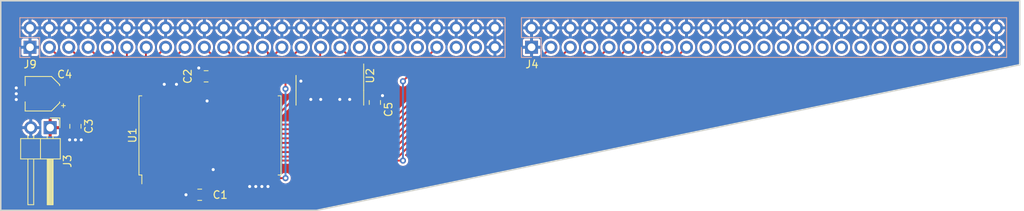
<source format=kicad_pcb>
(kicad_pcb (version 20221018) (generator pcbnew)

  (general
    (thickness 1.6)
  )

  (paper "A4")
  (layers
    (0 "F.Cu" signal)
    (31 "B.Cu" signal)
    (32 "B.Adhes" user "B.Adhesive")
    (33 "F.Adhes" user "F.Adhesive")
    (34 "B.Paste" user)
    (35 "F.Paste" user)
    (36 "B.SilkS" user "B.Silkscreen")
    (37 "F.SilkS" user "F.Silkscreen")
    (38 "B.Mask" user)
    (39 "F.Mask" user)
    (40 "Dwgs.User" user "User.Drawings")
    (41 "Cmts.User" user "User.Comments")
    (42 "Eco1.User" user "User.Eco1")
    (43 "Eco2.User" user "User.Eco2")
    (44 "Edge.Cuts" user)
    (45 "Margin" user)
    (46 "B.CrtYd" user "B.Courtyard")
    (47 "F.CrtYd" user "F.Courtyard")
    (48 "B.Fab" user)
    (49 "F.Fab" user)
    (50 "User.1" user)
    (51 "User.2" user)
    (52 "User.3" user)
    (53 "User.4" user)
    (54 "User.5" user)
    (55 "User.6" user)
    (56 "User.7" user)
    (57 "User.8" user)
    (58 "User.9" user)
  )

  (setup
    (pad_to_mask_clearance 0)
    (pcbplotparams
      (layerselection 0x00010fc_ffffffff)
      (plot_on_all_layers_selection 0x0000000_00000000)
      (disableapertmacros false)
      (usegerberextensions false)
      (usegerberattributes true)
      (usegerberadvancedattributes true)
      (creategerberjobfile true)
      (dashed_line_dash_ratio 12.000000)
      (dashed_line_gap_ratio 3.000000)
      (svgprecision 4)
      (plotframeref false)
      (viasonmask false)
      (mode 1)
      (useauxorigin false)
      (hpglpennumber 1)
      (hpglpenspeed 20)
      (hpglpendiameter 15.000000)
      (dxfpolygonmode true)
      (dxfimperialunits true)
      (dxfusepcbnewfont true)
      (psnegative false)
      (psa4output false)
      (plotreference true)
      (plotvalue true)
      (plotinvisibletext false)
      (sketchpadsonfab false)
      (subtractmaskfromsilk false)
      (outputformat 1)
      (mirror false)
      (drillshape 1)
      (scaleselection 1)
      (outputdirectory "")
    )
  )

  (net 0 "")
  (net 1 "+5V")
  (net 2 "GND")
  (net 3 "/BD0")
  (net 4 "/BD1")
  (net 5 "/BD2")
  (net 6 "/BD3")
  (net 7 "/BD4")
  (net 8 "/BD5")
  (net 9 "/BD6")
  (net 10 "/BD7")
  (net 11 "/~{SEL2}")
  (net 12 "/~{SEL3}")
  (net 13 "/~{SEL4}")
  (net 14 "/~{SEL5}")
  (net 15 "/~{SEL6}")
  (net 16 "/~{SEL7}")
  (net 17 "/~{SEL8}")
  (net 18 "/~{SEL9}")
  (net 19 "/~{SELA}")
  (net 20 "/~{SELB}")
  (net 21 "/~{RESET}")
  (net 22 "/READY")
  (net 23 "/~{NMI}")
  (net 24 "/BA0")
  (net 25 "/BA1")
  (net 26 "unconnected-(U1-DQ8-Pad29)")
  (net 27 "unconnected-(U1-DQ9-Pad30)")
  (net 28 "unconnected-(U1-DQ10-Pad31)")
  (net 29 "unconnected-(U1-DQ11-Pad32)")
  (net 30 "unconnected-(U1-DQ12-Pad35)")
  (net 31 "unconnected-(U1-DQ13-Pad36)")
  (net 32 "unconnected-(U1-DQ14-Pad37)")
  (net 33 "unconnected-(U1-DQ15-Pad38)")
  (net 34 "/BA2")
  (net 35 "/BA3")
  (net 36 "/BA4")
  (net 37 "/BA5")
  (net 38 "/BA6")
  (net 39 "/BA7")
  (net 40 "/BA8")
  (net 41 "/BA9")
  (net 42 "/BA10")
  (net 43 "/BA11")
  (net 44 "/BA12")
  (net 45 "/BA13")
  (net 46 "/BA14")
  (net 47 "/BA15")
  (net 48 "/SYNC")
  (net 49 "/~{IRQ}")
  (net 50 "/CPHI2")
  (net 51 "/BR{slash}W")
  (net 52 "/~{BR{slash}W}")
  (net 53 "Net-(U2-Pad3)")
  (net 54 "unconnected-(U2-Pad8)")
  (net 55 "unconnected-(U2-Pad11)")
  (net 56 "unconnected-(J4-Pin_39-Pad39)")
  (net 57 "unconnected-(J9-Pin_39-Pad39)")
  (net 58 "/~{CE}")
  (net 59 "unconnected-(U1-NC-Pad28)")
  (net 60 "unconnected-(J4-Pin_41-Pad41)")
  (net 61 "unconnected-(J9-Pin_47-Pad47)")

  (footprint "Package_SO:SOIC-14_3.9x8.7mm_P1.27mm" (layer "F.Cu") (at 122.916 81.681 -90))

  (footprint "Capacitor_SMD:C_0805_2012Metric" (layer "F.Cu") (at 106.688 79.85))

  (footprint "Package_SO:TSOP-II-44_10.16x18.41mm_P0.8mm" (layer "F.Cu") (at 107.196 87.597 90))

  (footprint "Capacitor_SMD:C_0805_2012Metric" (layer "F.Cu") (at 89.554 86.403 90))

  (footprint "Connector_PinHeader_2.54mm:PinHeader_1x02_P2.54mm_Horizontal" (layer "F.Cu") (at 86.241 86.581 -90))

  (footprint "Capacitor_SMD:C_0805_2012Metric" (layer "F.Cu") (at 128.816 83.281 90))

  (footprint "Capacitor_SMD:CP_Elec_4x3.9" (layer "F.Cu") (at 85.225 82.136 180))

  (footprint "Capacitor_SMD:C_0805_2012Metric" (layer "F.Cu") (at 105.85 95.381 180))

  (footprint "Connector_PinSocket_2.54mm:PinSocket_2x25_P2.54mm_Vertical" (layer "B.Cu") (at 83.6 76.04 -90))

  (footprint "Connector_PinSocket_2.54mm:PinSocket_2x25_P2.54mm_Vertical" (layer "B.Cu") (at 149.36 76.04 -90))

  (gr_poly
    (pts
      (xy 79.764 69.944)
      (xy 79.764 97.424)
      (xy 121.166 97.424)
      (xy 213.368 78.326)
      (xy 213.368 69.944)
    )

    (stroke (width 0.2) (type solid)) (fill none) (layer "Edge.Cuts") (tstamp 0dd3ab04-e666-4b66-af39-8505a82aff56))

  (segment (start 107.596 93.1845) (end 107.596 92.101) (width 0.25) (layer "F.Cu") (net 2) (tstamp 07959380-490d-4765-9a05-ef0e1cb91bea))
  (segment (start 112.396 94.296) (end 112.4 94.3) (width 0.25) (layer "F.Cu") (net 2) (tstamp 08807474-e7c1-49a5-9e4e-2508da834623))
  (segment (start 83.425 82.136) (end 82.558 82.136) (width 0.25) (layer "F.Cu") (net 2) (tstamp 0f2cc972-39a3-4de0-9e1f-5b2bdffc8d39))
  (segment (start 88.792 88.181) (end 90.316 88.181) (width 0.25) (layer "F.Cu") (net 2) (tstamp 1d2ff023-e955-4318-b847-7de6639814f2))
  (segment (start 82.558 82.136) (end 81.796 81.374) (width 0.25) (layer "F.Cu") (net 2) (tstamp 20302bab-c613-46ce-a0a0-3183b09d6f39))
  (segment (start 124.186 82.911) (end 124.216 82.881) (width 0.25) (layer "F.Cu") (net 2) (tstamp 29a960df-5589-4216-9900-f0a31336d429))
  (segment (start 119.106 80.471) (end 119.116 80.481) (width 0.25) (layer "F.Cu") (net 2) (tstamp 2ff5594f-6df5-4573-b339-20e17c633283))
  (segment (start 114.796 93.1845) (end 114.796 94.296) (width 0.25) (layer "F.Cu") (net 2) (tstamp 300d12ca-561e-4af3-9893-506c30d6fa73))
  (segment (start 113.196 93.1845) (end 113.196 94.296) (width 0.25) (layer "F.Cu") (net 2) (tstamp 30544b90-3a97-41fa-ae33-814923f48fd7))
  (segment (start 112.396 93.1845) (end 112.396 94.296) (width 0.25) (layer "F.Cu") (net 2) (tstamp 36dd4f9d-3dc1-431c-b278-09680cf23ba0))
  (segment (start 114.796 94.296) (end 114.8 94.3) (width 0.25) (layer "F.Cu") (net 2) (tstamp 37da5288-ae77-4762-b607-1a5cb08f00a1))
  (segment (start 89.554 87.353) (end 89.554 87.419) (width 0.25) (layer "F.Cu") (net 2) (tstamp 420ea832-5f9b-46ba-847b-9b9a6757b09e))
  (segment (start 107.596 92.101) (end 107.616 92.081) (width 0.25) (layer "F.Cu") (net 2) (tstamp 43e35823-321c-40fd-a132-c4763f48c677))
  (segment (start 106.796 83.061) (end 106.816 83.081) (width 0.25) (layer "F.Cu") (net 2) (tstamp 491517ac-266f-4813-94f8-4266031cabd3))
  (segment (start 105.738 78.773) (end 105.7228 78.7578) (width 0.25) (layer "F.Cu") (net 2) (tstamp 5b3ed432-088a-4639-b5de-e63a23b83b21))
  (segment (start 125.456 82.941) (end 125.516 82.881) (width 0.25) (layer "F.Cu") (net 2) (tstamp 748e5317-0bf7-47f3-b8b2-e61107fa5c5b))
  (segment (start 83.425 82.136) (end 81.796 82.136) (width 0.25) (layer "F.Cu") (net 2) (tstamp 7ab2197f-9579-46c9-a97c-0d5abff02e44))
  (segment (start 120.376 82.921) (end 120.416 82.881) (width 0.25) (layer "F.Cu") (net 2) (tstamp 81f7ecad-2cc9-41f0-abb2-2b174a3612a9))
  (segment (start 105.738 79.85) (end 105.738 78.773) (width 0.25) (layer "F.Cu") (net 2) (tstamp 89fbee2a-e974-4a30-bb85-9e4216371d56))
  (segment (start 104.9 95.381) (end 104.05 95.381) (width 0.25) (layer "F.Cu") (net 2) (tstamp 91dc1fcf-d1f2-4030-817c-933dab34b8ac))
  (segment (start 120.376 84.156) (end 120.376 82.921) (width 0.25) (layer "F.Cu") (net 2) (tstamp 9568c8d0-1393-40ba-937f-2e18278ee0f7))
  (segment (start 82.558 82.136) (end 81.796 82.898) (width 0.25) (layer "F.Cu") (net 2) (tstamp 99d16832-ca00-4623-b984-2cadc358333b))
  (segment (start 89.554 87.353) (end 89.554 88.181) (width 0.25) (layer "F.Cu") (net 2) (tstamp 9b33ae04-40fb-4045-a878-4781daf76147))
  (segment (start 89.554 87.419) (end 90.316 88.181) (width 0.25) (layer "F.Cu") (net 2) (tstamp 9b431634-0cbf-4bda-a15a-7d3aaf4f121a))
  (segment (start 113.196 94.296) (end 113.2 94.3) (width 0.25) (layer "F.Cu") (net 2) (tstamp 9ffd6b9f-62f8-41db-abbb-e28e27464339))
  (segment (start 121.646 84.156) (end 121.646 82.951) (width 0.25) (layer "F.Cu") (net 2) (tstamp a2080f11-3583-41b9-a258-597bcfb5cf0d))
  (segment (start 113.996 94.296) (end 114 94.3) (width 0.25) (layer "F.Cu") (net 2) (tstamp b154d100-b12b-4ff2-a5ef-13289535d0b0))
  (segment (start 125.456 84.156) (end 125.456 82.941) (width 0.25) (layer "F.Cu") (net 2) (tstamp b8ac0e62-2240-4e86-9589-937b1de6d261))
  (segment (start 129.766 82.331) (end 129.816 82.381) (width 0.25) (layer "F.Cu") (net 2) (tstamp c693dcdd-a6ff-4400-bfc5-2cb99b1855ce))
  (segment (start 128.816 82.331) (end 129.766 82.331) (width 0.25) (layer "F.Cu") (net 2) (tstamp c9edef5f-3cf9-4b17-a072-e649fbf8df41))
  (segment (start 101.196 82.0095) (end 101.196 80.904) (width 0.25) (layer "F.Cu") (net 2) (tstamp cedeb06b-0d89-49a9-adb9-61c74f3a6cef))
  (segment (start 89.554 87.419) (end 88.792 88.181) (width 0.25) (layer "F.Cu") (net 2) (tstamp e1facaa8-61ba-4d38-b5ce-e58140785032))
  (segment (start 102.796 82.0095) (end 102.796 80.904) (width 0.25) (layer "F.Cu") (net 2) (tstamp e5ccef87-887a-4b5f-85e8-c91e4189455e))
  (segment (start 102.796 80.904) (end 102.8 80.9) (width 0.25) (layer "F.Cu") (net 2) (tstamp e9fa6882-e9ea-4138-a379-ac69489c90cc))
  (segment (start 121.646 82.951) (end 121.716 82.881) (width 0.25) (layer "F.Cu") (net 2) (tstamp f2921382-567b-4891-b547-0c5da97f9b6a))
  (segment (start 101.196 80.904) (end 101.2 80.9) (width 0.25) (layer "F.Cu") (net 2) (tstamp f7ab5a3f-6be4-4806-a93f-3356db4205db))
  (segment (start 106.796 82.0095) (end 106.796 83.061) (width 0.25) (layer "F.Cu") (net 2) (tstamp f9c3b62e-bb0b-4a09-ab5e-ecccd11b8284))
  (segment (start 124.186 84.156) (end 124.186 82.911) (width 0.25) (layer "F.Cu") (net 2) (tstamp fa1fdcff-3d59-40bc-8ce5-61dd4fa38791))
  (segment (start 119.106 79.206) (end 119.106 80.471) (width 0.25) (layer "F.Cu") (net 2) (tstamp fd1a3163-4363-413a-b41e-7d1f7b0a0151))
  (segment (start 113.996 93.1845) (end 113.996 94.296) (width 0.25) (layer "F.Cu") (net 2) (tstamp fd2846ee-2994-4ede-abc5-a03c8544ddb2))
  (via (at 121.716 82.881) (size 0.8) (drill 0.4) (layers "F.Cu" "B.Cu") (net 2) (tstamp 05bf502a-2cdb-4351-b88d-aac75c825689))
  (via (at 125.516 82.881) (size 0.8) (drill 0.4) (layers "F.Cu" "B.Cu") (net 2) (tstamp 068804e1-54e3-4eee-a5b3-917651701cea))
  (via (at 106.816 83.081) (size 0.8) (drill 0.4) (layers "F.Cu" "B.Cu") (net 2) (tstamp 092afaa8-c5c9-43af-a0f1-acbf8f46f1e1))
  (via (at 81.796 81.374) (size 0.8) (drill 0.4) (layers "F.Cu" "B.Cu") (net 2) (tstamp 1a382404-53c7-4305-8f8b-81ecb729e541))
  (via (at 119.116 80.481) (size 0.8) (drill 0.4) (layers "F.Cu" "B.Cu") (net 2) (tstamp 20e26e00-8e80-4e3f-8bee-8e2a1ec9ab84))
  (via (at 102.8 80.9) (size 0.8) (drill 0.4) (layers "F.Cu" "B.Cu") (net 2) (tstamp 33b446b6-9a7c-44db-85f8-ca1bd118e005))
  (via (at 104.05 95.381) (size 0.8) (drill 0.4) (layers "F.Cu" "B.Cu") (net 2) (tstamp 36b35d94-1dd0-4bbe-90e8-d7fdbbe476e0))
  (via (at 90.316 88.181) (size 0.8) (drill 0.4) (layers "F.Cu" "B.Cu") (net 2) (tstamp 4ea26e58-3517-43c5-b587-6dd6640d420f))
  (via (at 120.416 82.881) (size 0.8) (drill 0.4) (layers "F.Cu" "B.Cu") (net 2) (tstamp 6ba3d67c-fbcc-4fb0-b8f8-f861bb1a1080))
  (via (at 114 94.3) (size 0.8) (drill 0.4) (layers "F.Cu" "B.Cu") (net 2) (tstamp 701c2e3f-5982-4776-bd48-1e88e3aa0fba))
  (via (at 129.816 82.381) (size 0.8) (drill 0.4) (layers "F.Cu" "B.Cu") (net 2) (tstamp 7bf39abf-02b0-448a-b9a1-cd3a31faee15))
  (via (at 113.2 94.3) (size 0.8) (drill 0.4) (layers "F.Cu" "B.Cu") (net 2) (tstamp 9774e372-26ea-4de6-bdb3-1eede4602a36))
  (via (at 81.796 82.136) (size 0.8) (drill 0.4) (layers "F.Cu" "B.Cu") (net 2) (tstamp a1706724-2de2-4a60-b895-c53266bc3c4e))
  (via (at 81.796 82.898) (size 0.8) (drill 0.4) (layers "F.Cu" "B.Cu") (net 2) (tstamp a1c5bbc3-8d2d-4a8a-9709-adb1e68f75f5))
  (via (at 114.8 94.3) (size 0.8) (drill 0.4) (layers "F.Cu" "B.Cu") (net 2) (tstamp a9203227-6232-4df6-abc2-a159a6dcc595))
  (via (at 88.792 88.181) (size 0.8) (drill 0.4) (layers "F.Cu" "B.Cu") (net 2) (tstamp b75c2de2-a450-436d-8d11-b852026deab9))
  (via (at 107.616 92.081) (size 0.8) (drill 0.4) (layers "F.Cu" "B.Cu") (net 2) (tstamp c318be4b-6d71-4032-83c7-dcf990ed960e))
  (via (at 124.216 82.881) (size 0.8) (drill 0.4) (layers "F.Cu" "B.Cu") (net 2) (tstamp cc9453da-b267-40b4-a368-c621e5521123))
  (via (at 89.554 88.181) (size 0.8) (drill 0.4) (layers "F.Cu" "B.Cu") (net 2) (tstamp e9b7d4d1-bd9c-468d-ac29-091e31058342))
  (via (at 112.4 94.3) (size 0.8) (drill 0.4) (layers "F.Cu" "B.Cu") (net 2) (tstamp edd92d93-a8ff-4c2f-bec4-673ffa7baaf0))
  (via (at 105.7228 78.7578) (size 0.8) (drill 0.4) (layers "F.Cu" "B.Cu") (net 2) (tstamp efa4ce6e-6701-479c-a243-960bd52bf53b))
  (via (at 101.2 80.9) (size 0.8) (drill 0.4) (layers "F.Cu" "B.Cu") (net 2) (tstamp f1b355b1-8817-4340-b179-f2fac8f93657))
  (segment (start 130.519 86.181) (end 137.13 79.57) (width 0.25) (layer "F.Cu") (net 3) (tstamp 0b0fa899-552d-4942-8315-b9706cf3a821))
  (segment (start 103.596 93.1845) (end 103.596 92.201) (width 0.25) (layer "F.Cu") (net 3) (tstamp 3d6a8dd4-bd24-4610-96a3-05b6d5534f6b))
  (segment (start 148.37 79.57) (end 151.9 76.04) (width 0.25) (layer "F.Cu") (net 3) (tstamp 8892eb4a-ef85-4f8e-a661-3dddec3bd36b))
  (segment (start 137.13 79.57) (end 148.37 79.57) (width 0.25) (layer "F.Cu") (net 3) (tstamp be04299e-b65a-44fa-98a4-dd9928748804))
  (segment (start 103.596 92.201) (end 109.616 86.181) (width 0.25) (layer "F.Cu") (net 3) (tstamp de641772-5a1c-4e36-9db1-bdf58915c053))
  (segment (start 109.616 86.181) (end 130.519 86.181) (width 0.25) (layer "F.Cu") (net 3) (tstamp fb311a1f-3fcb-4de1-a8ed-6d52795b2fde))
  (segment (start 150.34 80.14) (end 154.44 76.04) (width 0.25) (layer "F.Cu") (net 4) (tstamp 00fc5c42-9154-46af-a5c1-1c9889e8e25c))
  (segment (start 130.719 86.781) (end 137.36 80.14) (width 0.25) (layer "F.Cu") (net 4) (tstamp 2dfe4c0f-2e65-4f0d-aebb-7732674b3044))
  (segment (start 104.396 92.301) (end 109.916 86.781) (width 0.25) (layer "F.Cu") (net 4) (tstamp 96a11b90-c74a-4cf2-84a5-ef7b07f141bd))
  (segment (start 104.396 93.1845) (end 104.396 92.301) (width 0.25) (layer "F.Cu") (net 4) (tstamp a3f5f9f3-971f-4e07-bc55-1d0140a3327f))
  (segment (start 109.916 86.781) (end 130.719 86.781) (width 0.25) (layer "F.Cu") (net 4) (tstamp f4779586-f387-4709-9c83-c26512829f06))
  (segment (start 137.36 80.14) (end 150.34 80.14) (width 0.25) (layer "F.Cu") (net 4) (tstamp ff047ef4-00d1-4492-b199-70e51cf6156a))
  (segment (start 152.31 80.71) (end 156.98 76.04) (width 0.25) (layer "F.Cu") (net 5) (tstamp 1831ac61-711b-47aa-8d5f-50bed517adfd))
  (segment (start 105.196 93.1845) (end 105.196 92.301) (width 0.25) (layer "F.Cu") (net 5) (tstamp 6ca47237-a652-46ae-b059-8353e41da602))
  (segment (start 130.919 87.381) (end 137.59 80.71) (width 0.25) (layer "F.Cu") (net 5) (tstamp 716813bf-23ec-477c-936e-332e735e4f5c))
  (segment (start 137.59 80.71) (end 152.31 80.71) (width 0.25) (layer "F.Cu") (net 5) (tstamp 777a63ce-2f3b-443f-b3a1-ee5cccf9b096))
  (segment (start 110.116 87.381) (end 130.919 87.381) (width 0.25) (layer "F.Cu") (net 5) (tstamp c55f7ab7-a7ec-41f0-b0bb-0e71ce691378))
  (segment (start 105.196 92.301) (end 110.116 87.381) (width 0.25) (layer "F.Cu") (net 5) (tstamp debb14ce-5b30-4f21-a48f-c7c1a10d0f27))
  (segment (start 105.996 92.301) (end 110.316 87.981) (width 0.25) (layer "F.Cu") (net 6) (tstamp 3dd06e9d-94f3-467a-87db-a735affea5a1))
  (segment (start 137.82 81.28) (end 154.28 81.28) (width 0.25) (layer "F.Cu") (net 6) (tstamp 41c03eed-a0e3-46a5-8798-9a46e105a7c9))
  (segment (start 131.119 87.981) (end 137.82 81.28) (width 0.25) (layer "F.Cu") (net 6) (tstamp 486fea8d-f871-4f8d-b962-b2ee695a820d))
  (segment (start 110.316 87.981) (end 131.119 87.981) (width 0.25) (layer "F.Cu") (net 6) (tstamp ddcd724b-d9ea-41c2-a9cb-5131f55921dd))
  (segment (start 154.28 81.28) (end 159.52 76.04) (width 0.25) (layer "F.Cu") (net 6) (tstamp f256fe2a-df4a-45d5-baa6-09950e48545b))
  (segment (start 105.996 93.1845) (end 105.996 92.301) (width 0.25) (layer "F.Cu") (net 6) (tstamp f8710b77-ad27-4818-9c1d-0fb8d444e9ef))
  (segment (start 112.116 88.581) (end 131.319 88.581) (width 0.25) (layer "F.Cu") (net 7) (tstamp 1322d8bd-8755-4a86-931b-3ba6fc2ea006))
  (segment (start 108.396 93.1845) (end 108.396 92.301) (width 0.25) (layer "F.Cu") (net 7) (tstamp 32ba48e8-8998-47b8-ae31-bc7808c4fb39))
  (segment (start 156.25 81.85) (end 162.06 76.04) (width 0.25) (layer "F.Cu") (net 7) (tstamp 5b54ca1a-6294-42b3-84c1-1e6927d5779d))
  (segment (start 138.05 81.85) (end 156.25 81.85) (width 0.25) (layer "F.Cu") (net 7) (tstamp 7b48db21-e9d8-4530-b3a6-b1b1c982a727))
  (segment (start 108.396 92.301) (end 112.116 88.581) (width 0.25) (layer "F.Cu") (net 7) (tstamp 7be557da-cc4d-4b7c-b1cc-05cd260654fd))
  (segment (start 131.319 88.581) (end 138.05 81.85) (width 0.25) (layer "F.Cu") (net 7) (tstamp a5ad80ca-bdce-4b2b-b8df-8093533cae70))
  (segment (start 112.316 89.181) (end 131.519 89.181) (width 0.25) (layer "F.Cu") (net 8) (tstamp 0821a9e0-88da-4847-92b3-20ec48e9bd43))
  (segment (start 131.519 89.181) (end 138.28 82.42) (width 0.25) (layer "F.Cu") (net 8) (tstamp 1475a68b-a42e-4ad1-87b3-6f0327f91d19))
  (segment (start 158.22 82.42) (end 164.6 76.04) (width 0.25) (layer "F.Cu") (net 8) (tstamp 2ac2f5a1-7352-4372-b750-62428e67d914))
  (segment (start 109.196 92.301) (end 112.316 89.181) (width 0.25) (layer "F.Cu") (net 8) (tstamp 9a9e3e46-36bf-42bc-8ad5-c8ef0865b384))
  (segment (start 138.28 82.42) (end 158.22 82.42) (width 0.25) (layer "F.Cu") (net 8) (tstamp b6da5d7f-bde6-41ff-8fc6-c8cb877db8c4))
  (segment (start 109.196 93.1845) (end 109.196 92.301) (width 0.25) (layer "F.Cu") (net 8) (tstamp c10e3e0b-7ea7-46d0-9c07-305025a56c85))
  (segment (start 109.996 93.1845) (end 109.996 92.301) (width 0.25) (layer "F.Cu") (net 9) (tstamp 0b3c807b-bb80-44cc-a176-47af1002e37e))
  (segment (start 160.19 82.99) (end 167.14 76.04) (width 0.25) (layer "F.Cu") (net 9) (tstamp 49fe347d-c47e-483a-b075-28737c4c4641))
  (segment (start 138.51 82.99) (end 160.19 82.99) (width 0.25) (layer "F.Cu") (net 9) (tstamp 513634e4-e987-4a9e-96d7-af306ee950d1))
  (segment (start 112.516 89.781) (end 131.719 89.781) (width 0.25) (layer "F.Cu") (net 9) (tstamp a0b2dc55-c48d-4f05-9c04-6f8a0556b628))
  (segment (start 131.719 89.781) (end 138.51 82.99) (width 0.25) (layer "F.Cu") (net 9) (tstamp d0d21bcc-193d-4aac-b826-3ce641d9cf67))
  (segment (start 109.996 92.301) (end 112.516 89.781) (width 0.25) (layer "F.Cu") (net 9) (tstamp d9463191-09b6-4448-a8a0-c7e5d01e3aed))
  (segment (start 138.74 83.56) (end 162.16 83.56) (width 0.25) (layer "F.Cu") (net 10) (tstamp 10d08d97-7fbe-4e30-a811-4cfb8313a4ea))
  (segment (start 110.796 92.301) (end 112.716 90.381) (width 0.25) (layer "F.Cu") (net 10) (tstamp 16976f6c-8db7-4c5a-a76f-1623f51e0314))
  (segment (start 131.919 90.381) (end 138.74 83.56) (width 0.25) (layer "F.Cu") (net 10) (tstamp 1edab49f-5b88-409a-ba4b-4142b09e2867))
  (segment (start 162.16 83.56) (end 169.68 76.04) (width 0.25) (layer "F.Cu") (net 10) (tstamp 6b8de061-b08d-42bc-9c1b-b59b59ee22c6))
  (segment (start 112.716 90.381) (end 131.919 90.381) (width 0.25) (layer "F.Cu") (net 10) (tstamp a84cdfdd-d71b-4769-84a6-1acb3eeceb01))
  (segment (start 110.796 93.1845) (end 110.796 92.301) (width 0.25) (layer "F.Cu") (net 10) (tstamp e6e570c3-d441-4791-a1f5-e43fc2c5c01e))
  (segment (start 94 83.9) (end 86.14 76.04) (width 0.25) (layer "F.Cu") (net 24) (tstamp 2158f3aa-6b59-4bbd-bd81-a2f4ca15d7af))
  (segment (start 99.9 96) (end 97.4 96) (width 0.25) (layer "F.Cu") (net 24) (tstamp 93b542e5-b540-417a-81b8-38483b5b5c02))
  (segment (start 101.996 93.904) (end 99.9 96) (width 0.25) (layer "F.Cu") (net 24) (tstamp a14c1f3d-82ec-4bf2-a804-520dcdf56ded))
  (segment (start 101.996 93.1845) (end 101.996 93.904) (width 0.25) (layer "F.Cu") (net 24) (tstamp bd392822-0bb3-4054-a39e-3364d9b5c783))
  (segment (start 97.4 96) (end 94 92.6) (width 0.25) (layer "F.Cu") (net 24) (tstamp ee3f8cce-09f3-4620-8d8f-5f3304f26f88))
  (segment (start 94 92.6) (end 94 83.9) (width 0.25) (layer "F.Cu") (net 24) (tstamp f8de9e23-b9db-4844-9c77-d4d2e41c03d5))
  (segment (start 94.5 92.4) (end 94.5 81.86) (width 0.25) (layer "F.Cu") (net 25) (tstamp 937ed2d5-94b3-46f9-a49e-50859c5b6fd0))
  (segment (start 99.7 95.5) (end 97.6 95.5) (width 0.25) (layer "F.Cu") (net 25) (tstamp 9d27d0a1-0cf9-4258-8aa3-c3edf3884432))
  (segment (start 94.5 81.86) (end 88.68 76.04) (width 0.25) (layer "F.Cu") (net 25) (tstamp b86101ad-553e-4caf-88bf-7d5536783fff))
  (segment (start 101.196 94.004) (end 99.7 95.5) (width 0.25) (layer "F.Cu") (net 25) (tstamp bb43f4d9-b98a-4c5f-b99c-49fa12ea6192))
  (segment (start 101.196 93.1845) (end 101.196 94.004) (width 0.25) (layer "F.Cu") (net 25) (tstamp f168a2a8-1b89-4ada-addc-1cc429e76dd8))
  (segment (start 97.6 95.5) (end 94.5 92.4) (width 0.25) (layer "F.Cu") (net 25) (tstamp f4523f27-55b7-43f3-b57d-e2a4dd29aa91))
  (segment (start 97.9 95) (end 95.1 92.2) (width 0.25) (layer "F.Cu") (net 34) (tstamp 2096405e-faf5-47f3-af2d-905c620c2406))
  (segment (start 100.396 94.104) (end 99.5 95) (width 0.25) (layer "F.Cu") (net 34) (tstamp 395000c7-887a-4874-865f-1bd861bd4f91))
  (segment (start 100.396 93.1845) (end 100.396 94.104) (width 0.25) (layer "F.Cu") (net 34) (tstamp 40c9daf0-f921-4faa-9e7b-a178736c1408))
  (segment (start 99.5 95) (end 97.9 95) (width 0.25) (layer "F.Cu") (net 34) (tstamp 45d835cd-c2d8-4fe6-9e89-fab563983713))
  (segment (start 95.1 79.92) (end 91.22 76.04) (width 0.25) (layer "F.Cu") (net 34) (tstamp 55dc35e0-c452-42a3-97ac-f63ed1a7a2ef))
  (segment (start 95.1 92.2) (end 95.1 79.92) (width 0.25) (layer "F.Cu") (net 34) (tstamp f4978517-aecb-4892-b5b6-87115f24498a))
  (segment (start 95.7 92) (end 95.7 77.98) (width 0.25) (layer "F.Cu") (net 35) (tstamp 33f16896-c8ce-423b-996d-c3e76cba8150))
  (segment (start 99.596 94.104) (end 99.2 94.5) (width 0.25) (layer "F.Cu") (net 35) (tstamp 4b7c3cae-c07d-4a6d-9dc2-3cddb0d965d2))
  (segment (start 95.7 77.98) (end 93.76 76.04) (width 0.25) (layer "F.Cu") (net 35) (tstamp 572742ca-8bd6-488c-b1c5-ec719b45bdba))
  (segment (start 99.2 94.5) (end 98.2 94.5) (width 0.25) (layer "F.Cu") (net 35) (tstamp 6c88890f-8b40-4641-b5c3-ba76d54f2013))
  (segment (start 99.596 93.1845) (end 99.596 94.104) (width 0.25) (layer "F.Cu") (net 35) (tstamp b9568e92-6878-4611-be3a-eac6de761b11))
  (segment (start 98.2 94.5) (end 95.7 92) (width 0.25) (layer "F.Cu") (net 35) (tstamp f65ea9c8-3da4-4e37-a8c9-40c8d08bae66))
  (segment (start 96.3 91.7886) (end 97.6959 93.1845) (width 0.25) (layer "F.Cu") (net 36) (tstamp 0216bb6a-0385-479a-9a7a-50282f1cb172))
  (segment (start 97.6959 93.1845) (end 98.796 93.1845) (width 0.25) (layer "F.Cu") (net 36) (tstamp 3df4ffa7-b5a5-4772-bbe7-51d788f0acfe))
  (segment (start 96.3 76.04) (end 96.3 91.7886) (width 0.25) (layer "F.Cu") (net 36) (tstamp 5282b8c2-a763-4e81-a3e0-6fca4685a9e7))
  (segment (start 98.796 76.084) (end 98.84 76.04) (width 0.25) (layer "F.Cu") (net 37) (tstamp 53207e12-9343-49f4-930b-bb2b7df12dbb))
  (segment (start 98.796 82.0095) (end 98.796 76.084) (width 0.25) (layer "F.Cu") (net 37) (tstamp 7f75cb6d-44f0-442e-a3ae-2376b716be5a))
  (segment (start 99.596 77.824) (end 101.38 76.04) (width 0.25) (layer "F.Cu") (net 38) (tstamp 649a7ece-5375-4ecc-9f78-ea0716104b11))
  (segment (start 99.596 82.0095) (end 99.596 77.824) (width 0.25) (layer "F.Cu") (net 38) (tstamp c12c0dcf-e965-4551-a44b-0ed562e9530c))
  (segment (start 100.396 82.0095) (end 100.396 79.564) (width 0.25) (layer "F.Cu") (net 39) (tstamp 26b9adec-8108-4e7c-b07e-791182c70f29))
  (segment (start 100.396 79.564) (end 103.92 76.04) (width 0.25) (layer "F.Cu") (net 39) (tstamp 88cd78fa-9fa7-4ccc-967f-9ed1040f407b))
  (segment (start 107.9075 77.4875) (end 106.46 76.04) (width 0.25) (layer "F.Cu") (net 40) (tstamp 73276e4f-527c-4faf-8611-65907a9efd4a))
  (segment (start 112.396 82.0095) (end 112.396 80.986) (width 0.25) (layer "F.Cu") (net 40) (tstamp 8b5c0527-1242-4ada-9981-6247682b07d2))
  (segment (start 112.396 80.986) (end 108.8975 77.4875) (width 0.25) (layer "F.Cu") (net 40) (tstamp 8efed8c9-724a-4f57-8f4a-2741ab69b535))
  (segment (start 108.8975 77.4875) (end 107.9075 77.4875) (width 0.25) (layer "F.Cu") (net 40) (tstamp a050e418-0c91-47c6-8b9d-e56fa75c94cc))
  (segment (start 113.196 82.0095) (end 113.196 80.236) (width 0.25) (layer "F.Cu") (net 41) (tstamp d67f705f-f534-482d-8580-135a0d98e5d0))
  (segment (start 113.196 80.236) (end 109 76.04) (width 0.25) (layer "F.Cu") (net 41) (tstamp fca5fcec-f030-47e9-a5ec-46f8ff01d8d9))
  (segment (start 113.996 78.496) (end 111.54 76.04) (width 0.25) (layer "F.Cu") (net 42) (tstamp 07ba3c6b-bec3-4a5b-a612-267df0f6d1f9))
  (segment (start 113.996 82.0095) (end 113.996 78.496) (width 0.25) (layer "F.Cu") (net 42) (tstamp d2062e01-7fa1-4911-8717-c1e7d8aa3758))
  (segment (start 114.796 82.0095) (end 114.796 76.756) (width 0.25) (layer "F.Cu") (net 43) (tstamp 472eb010-a0e0-48ae-8aac-83805967bd7e))
  (segment (start 114.796 76.756) (end 114.08 76.04) (width 0.25) (layer "F.Cu") (net 43) (tstamp b8ef2ac9-29fe-44e8-8d0d-ce41caaf5fe6))
  (segment (start 115.596 77.064) (end 116.62 76.04) (width 0.25) (layer "F.Cu") (net 44) (tstamp 28347a68-1185-4082-a09c-43244a2c6f56))
  (segment (start 115.596 82.0095) (end 115.596 77.064) (width 0.25) (layer "F.Cu") (net 44) (tstamp 9a172182-6cd8-4460-b12f-c554c984db6f))
  (segment (start 115.6115 93.2) (end 117.1 93.2) (width 0.25) (layer "F.Cu") (net 45) (tstamp 10dd8dcb-5837-47cb-a6d0-b5d867e437c2))
  (segment (start 117.1 78.1) (end 119.16 76.04) (width 0.25) (layer "F.Cu") (net 45) (tstamp 11307310-66d6-4f9a-9d27-ad629012b7bf))
  (segment (start 117.1 81.5) (end 117.1 78.1) (width 0.25) (layer "F.Cu") (net 45) (tstamp 44c1a3a2-4d55-413c-a4ae-0ac7eb02774e))
  (segment (start 115.596 93.1845) (end 115.6115 93.2) (width 0.25) (layer "F.Cu") (net 45) (tstamp a551bddd-9b38-403a-9678-8f4e911551ae))
  (via (at 117.1 81.5) (size 0.8) (drill 0.4) (layers "F.Cu" "B.Cu") (net 45) (tstamp 4ec8c8db-c0cb-4594-8768-fb1b58b57596))
  (via (at 117.1 93.2) (size 0.8) (drill 0.4) (layers "F.Cu" "B.Cu") (net 45) (tstamp c45010ca-3029-4917-a66a-987f01d8bda0))
  (segment (start 117.1 93.2) (end 117.1 81.5) (width 0.25) (layer "B.Cu") (net 45) (tstamp 203021aa-baa3-4e25-9fac-c1cce3a91585))
  (segment (start 121.646 79.206) (end 121.646 76.094) (width 0.25) (layer "F.Cu") (net 46) (tstamp 511c6955-04ed-4b36-b33b-5186801f2e77))
  (segment (start 121.646 76.094) (end 121.7 76.04) (width 0.25) (layer "F.Cu") (net 46) (tstamp e35b22d3-4413-4b3e-8380-3ff4d7654e0b))
  (segment (start 125.456 77.256) (end 124.24 76.04) (width 0.25) (layer "F.Cu") (net 47) (tstamp 21ff8525-6e2d-4d2f-9b39-48527ec15f2b))
  (segment (start 126.726 79.206) (end 125.456 79.206) (width 0.25) (layer "F.Cu") (net 47) (tstamp ad5c9e23-9a70-489e-80ac-bcd3b33cf1b6))
  (segment (start 125.456 79.206) (end 125.456 77.256) (width 0.25) (layer "F.Cu") (net 47) (tstamp cf76cd5e-2616-4ca5-b67f-8891486353b3))
  (segment (start 111.596 93.1845) (end 111.596 92.304) (width 0.25) (layer "F.Cu") (net 51) (tstamp 26e42cd9-a700-499d-aeaa-2d13e1e3448d))
  (segment (start 111.596 92.304) (end 113 90.9) (width 0.25) (layer "F.Cu") (net 51) (tstamp 728cafce-876d-4e3b-834c-263997ca1d4f))
  (segment (start 132.5 80.48) (end 132.5 80.5) (width 0.25) (layer "F.Cu") (net 51) (tstamp b0aeecfa-1cc1-42d0-ad6f-1ff4164ccc66))
  (segment (start 136.94 76.04) (end 132.5 80.48) (width 0.25) (layer "F.Cu") (net 51) (tstamp d64ec4ac-5b47-4418-9732-a4e2ffed0872))
  (segment (start 113 90.9) (end 132.5 90.9) (width 0.25) (layer "F.Cu") (net 51) (tstamp defd443c-3eb2-4f06-9217-93342518dc16))
  (via (at 132.5 90.9) (size 0.8) (drill 0.4) (layers "F.Cu" "B.Cu") (net 51) (tstamp 90eb3841-8156-48da-862e-d6456645aa48))
  (via (at 132.5 80.5) (size 0.8) (drill 0.4) (layers "F.Cu" "B.Cu") (net 51) (tstamp b2cf2951-926c-4460-bc60-a440f6bbaa33))
  (segment (start 132.5 90.9) (end 132.5 80.5) (width 0.25) (layer "B.Cu") (net 51) (tstamp c8eede8c-7dbd-4326-bbdd-c02fb339b3b9))
  (segment (start 124.186 79.206) (end 122.916 79.206) (width 0.25) (layer "F.Cu") (net 53) (tstamp 8a5a02a7-0262-4bb3-877d-e844e90b7daf))
  (segment (start 109.416 85.581) (end 115.416 85.581) (width 0.25) (layer "F.Cu") (net 58) (tstamp 11ba2d30-db5e-4ebc-9b2e-86e415c434d6))
  (segment (start 102.796 92.201) (end 109.416 85.581) (width 0.25) (layer "F.Cu") (net 58) (tstamp 31223a1a-3925-406d-bde2-a350338b497e))
  (segment (start 120.376 80.621) (end 115.416 85.581) (width 0.25) (layer "F.Cu") (net 58) (tstamp 3bce2cd7-33e3-4ff1-a684-ead59b7fde99))
  (segment (start 102.796 93.1845) (end 102.796 92.201) (width 0.25) (layer "F.Cu") (net 58) (tstamp 994c2dae-fb10-40d1-a1b0-0f536a15f0a0))
  (segment (start 120.376 79.206) (end 120.376 80.621) (width 0.25) (layer "F.Cu") (net 58) (tstamp acd22f20-9cf9-46af-9238-0e49d730100b))

  (zone (net 1) (net_name "+5V") (layer "F.Cu") (tstamp 28ff3e11-f060-4459-a227-48c70b8cedca) (hatch edge 0.5)
    (connect_pads (clearance 0.3))
    (min_thickness 0.2) (filled_areas_thickness no)
    (fill yes (thermal_gap 0.4) (thermal_bridge_width 0.4))
    (polygon
      (pts
        (xy 79.764 97.424)
        (xy 213.368 97.424)
        (xy 213.368 69.944)
        (xy 79.764 69.944)
      )
    )
    (filled_polygon
      (layer "F.Cu")
      (pts
        (xy 213.326691 69.963407)
        (xy 213.362655 70.012907)
        (xy 213.3675 70.0435)
        (xy 213.367499 78.244996)
        (xy 213.348592 78.303187)
        (xy 213.299092 78.339151)
        (xy 213.288579 78.341938)
        (xy 121.175883 97.421442)
        (xy 121.155803 97.4235)
        (xy 79.8635 97.4235)
        (xy 79.805309 97.404593)
        (xy 79.769345 97.355093)
        (xy 79.7645 97.3245)
        (xy 79.7645 88.181)
        (xy 88.086355 88.181)
        (xy 88.10686 88.349872)
        (xy 88.167182 88.50893)
        (xy 88.263817 88.648929)
        (xy 88.391148 88.761734)
        (xy 88.541775 88.84079)
        (xy 88.706944 88.8815)
        (xy 88.706947 88.8815)
        (xy 88.877053 88.8815)
        (xy 88.877056 88.8815)
        (xy 89.042225 88.84079)
        (xy 89.126992 88.796299)
        (xy 89.187304 88.785999)
        (xy 89.219006 88.796299)
        (xy 89.303775 88.84079)
        (xy 89.468944 88.8815)
        (xy 89.468947 88.8815)
        (xy 89.639053 88.8815)
        (xy 89.639056 88.8815)
        (xy 89.804225 88.84079)
        (xy 89.888989 88.796301)
        (xy 89.949302 88.785999)
        (xy 89.981006 88.796299)
        (xy 90.065775 88.84079)
        (xy 90.230944 88.8815)
        (xy 90.230947 88.8815)
        (xy 90.401053 88.8815)
        (xy 90.401056 88.8815)
        (xy 90.566225 88.84079)
        (xy 90.716852 88.761734)
        (xy 90.844183 88.648929)
        (xy 90.940818 88.50893)
        (xy 91.00114 88.349872)
        (xy 91.021645 88.181)
        (xy 91.00114 88.012128)
        (xy 90.940818 87.85307)
        (xy 90.844183 87.713071)
        (xy 90.820761 87.692321)
        (xy 90.716852 87.600265)
        (xy 90.632491 87.555988)
        (xy 90.589753 87.512204)
        (xy 90.5795 87.468329)
        (xy 90.5795 87.059899)
        (xy 90.579499 87.059893)
        (xy 90.568877 86.971436)
        (xy 90.513361 86.830658)
        (xy 90.421922 86.710078)
        (xy 90.301342 86.618639)
        (xy 90.301341 86.618638)
        (xy 90.301339 86.618637)
        (xy 90.160565 86.563123)
        (xy 90.072106 86.5525)
        (xy 90.072102 86.5525)
        (xy 89.035898 86.5525)
        (xy 89.035893 86.5525)
        (xy 88.947434 86.563123)
        (xy 88.80666 86.618637)
        (xy 88.806656 86.61864)
        (xy 88.686081 86.710075)
        (xy 88.686075 86.710081)
        (xy 88.59464 86.830656)
        (xy 88.594637 86.83066)
        (xy 88.539123 86.971434)
        (xy 88.5285 87.059893)
        (xy 88.5285 87.468329)
        (xy 88.509593 87.52652)
        (xy 88.475509 87.555988)
        (xy 88.391147 87.600265)
        (xy 88.263818 87.713069)
        (xy 88.263816 87.713072)
        (xy 88.192655 87.816166)
        (xy 88.167182 87.85307)
        (xy 88.10686 88.012128)
        (xy 88.086355 88.181)
        (xy 79.7645 88.181)
        (xy 79.7645 86.580999)
        (xy 82.545571 86.580999)
        (xy 82.565244 86.793311)
        (xy 82.575871 86.83066)
        (xy 82.623595 86.998389)
        (xy 82.718634 87.189255)
        (xy 82.847128 87.359407)
        (xy 82.847135 87.359413)
        (xy 83.004692 87.503047)
        (xy 83.004699 87.503053)
        (xy 83.108389 87.567255)
        (xy 83.185981 87.615298)
        (xy 83.384802 87.692321)
        (xy 83.59439 87.7315)
        (xy 83.80761 87.7315)
        (xy 84.017198 87.692321)
        (xy 84.216019 87.615298)
        (xy 84.397302 87.503052)
        (xy 84.554872 87.359407)
        (xy 84.683366 87.189255)
        (xy 84.778405 86.998389)
        (xy 84.796781 86.933804)
        (xy 84.830889 86.883013)
        (xy 84.888341 86.861968)
        (xy 84.947191 86.878711)
        (xy 84.98496 86.926848)
        (xy 84.991 86.9609)
        (xy 84.991 87.462483)
        (xy 84.991001 87.462485)
        (xy 85.005833 87.556141)
        (xy 85.005836 87.556151)
        (xy 85.063358 87.669043)
        (xy 85.152956 87.758641)
        (xy 85.265848 87.816163)
        (xy 85.265852 87.816164)
        (xy 85.359515 87.830999)
        (xy 86.040998 87.830999)
        (xy 86.041 87.830998)
        (xy 86.041 87.171638)
        (xy 86.059907 87.113447)
        (xy 86.109407 87.077483)
        (xy 86.154089 87.073646)
        (xy 86.172878 87.076347)
        (xy 86.205234 87.081)
        (xy 86.205237 87.081)
        (xy 86.276766 87.081)
        (xy 86.309121 87.076347)
        (xy 86.327909 87.073646)
        (xy 86.388199 87.084078)
        (xy 86.430842 87.127956)
        (xy 86.441 87.171638)
        (xy 86.441 87.830998)
        (xy 86.441001 87.830999)
        (xy 87.122483 87.830999)
        (xy 87.122485 87.830998)
        (xy 87.216141 87.816166)
        (xy 87.216151 87.816163)
        (xy 87.329043 87.758641)
        (xy 87.418641 87.669043)
        (xy 87.476163 87.556151)
        (xy 87.476164 87.556147)
        (xy 87.491 87.462484)
        (xy 87.491 86.781001)
        (xy 87.490999 86.781)
        (xy 86.835632 86.781)
        (xy 86.777441 86.762093)
        (xy 86.741477 86.712593)
        (xy 86.740727 86.660005)
        (xy 86.739992 86.6599)
        (xy 86.740659 86.655257)
        (xy 86.740643 86.654107)
        (xy 86.740999 86.652894)
        (xy 86.741 86.652888)
        (xy 86.741 86.509111)
        (xy 86.740999 86.509105)
        (xy 86.740643 86.507893)
        (xy 86.740673 86.506838)
        (xy 86.739992 86.5021)
        (xy 86.740811 86.501982)
        (xy 86.742389 86.446733)
        (xy 86.779751 86.398279)
        (xy 86.835632 86.381)
        (xy 87.490998 86.381)
        (xy 87.490999 86.380999)
        (xy 87.490999 85.768638)
        (xy 88.429 85.768638)
        (xy 88.431899 85.805489)
        (xy 88.477719 85.9632)
        (xy 88.477719 85.963201)
        (xy 88.561314 86.104552)
        (xy 88.677447 86.220685)
        (xy 88.818799 86.30428)
        (xy 88.97651 86.3501)
        (xy 89.013362 86.353)
        (xy 89.353999 86.353)
        (xy 89.354 86.352999)
        (xy 89.754 86.352999)
        (xy 89.754001 86.353)
        (xy 90.094638 86.353)
        (xy 90.131489 86.3501)
        (xy 90.2892 86.30428)
        (xy 90.289201 86.30428)
        (xy 90.430552 86.220685)
        (xy 90.546685 86.104552)
        (xy 90.63028 85.963201)
        (xy 90.63028 85.9632)
        (xy 90.6761 85.805489)
        (xy 90.679 85.768638)
        (xy 90.679 85.653001)
        (xy 90.678999 85.653)
        (xy 89.754001 85.653)
        (xy 89.754 85.653001)
        (xy 89.754 86.352999)
        (xy 89.354 86.352999)
        (xy 89.354 85.653001)
        (xy 89.353999 85.653)
        (xy 88.429001 85.653)
        (xy 88.429 85.653001)
        (xy 88.429 85.768638)
        (xy 87.490999 85.768638)
        (xy 87.490999 85.699516)
        (xy 87.490998 85.699514)
        (xy 87.476166 85.605858)
        (xy 87.476163 85.605848)
        (xy 87.418641 85.492956)
        (xy 87.329043 85.403358)
        (xy 87.216151 85.345836)
        (xy 87.216147 85.345835)
        (xy 87.122484 85.331)
        (xy 86.441001 85.331)
        (xy 86.441 85.331001)
        (xy 86.441 85.990361)
        (xy 86.422093 86.048552)
        (xy 86.372593 86.084516)
        (xy 86.327911 86.088353)
        (xy 86.276768 86.081)
        (xy 86.276763 86.081)
        (xy 86.205237 86.081)
        (xy 86.205232 86.081)
        (xy 86.154089 86.088353)
        (xy 86.0938 86.07792)
        (xy 86.051157 86.034042)
        (xy 86.041 85.990361)
        (xy 86.041 85.331001)
        (xy 86.040999 85.331)
        (xy 85.359516 85.331)
        (xy 85.359514 85.331001)
        (xy 85.265858 85.345833)
        (xy 85.265848 85.345836)
        (xy 85.152956 85.403358)
        (xy 85.063358 85.492956)
        (xy 85.005836 85.605848)
        (xy 85.005835 85.605852)
        (xy 84.991 85.699515)
        (xy 84.991 86.201097)
        (xy 84.972093 86.259288)
        (xy 84.922593 86.295252)
        (xy 84.861407 86.295252)
        (xy 84.811907 86.259288)
        (xy 84.79678 86.228193)
        (xy 84.778405 86.163611)
        (xy 84.683366 85.972745)
        (xy 84.554872 85.802593)
        (xy 84.441802 85.699515)
        (xy 84.397307 85.658952)
        (xy 84.3973 85.658946)
        (xy 84.216024 85.546705)
        (xy 84.216019 85.546702)
        (xy 84.017195 85.469678)
        (xy 83.80761 85.4305)
        (xy 83.59439 85.4305)
        (xy 83.384804 85.469678)
        (xy 83.18598 85.546702)
        (xy 83.185975 85.546705)
        (xy 83.004699 85.658946)
        (xy 83.004692 85.658952)
        (xy 82.847135 85.802586)
        (xy 82.847131 85.802589)
        (xy 82.847128 85.802593)
        (xy 82.847124 85.802597)
        (xy 82.847125 85.802597)
        (xy 82.718635 85.972743)
        (xy 82.71863 85.972752)
        (xy 82.623596 86.163608)
        (xy 82.565244 86.368688)
        (xy 82.545571 86.580999)
        (xy 79.7645 86.580999)
        (xy 79.7645 85.252999)
        (xy 88.429 85.252999)
        (xy 88.429001 85.253)
        (xy 89.353999 85.253)
        (xy 89.354 85.252999)
        (xy 89.754 85.252999)
        (xy 89.754001 85.253)
        (xy 90.678999 85.253)
        (xy 90.679 85.252998)
        (xy 90.679 85.137362)
        (xy 90.6761 85.10051)
        (xy 90.63028 84.942799)
        (xy 90.63028 84.942798)
        (xy 90.546685 84.801447)
        (xy 90.430552 84.685314)
        (xy 90.2892 84.601719)
        (xy 90.131489 84.555899)
        (xy 90.094638 84.553)
        (xy 89.754001 84.553)
        (xy 89.754 84.553001)
        (xy 89.754 85.252999)
        (xy 89.354 85.252999)
        (xy 89.354 84.553001)
        (xy 89.353999 84.553)
        (xy 89.013362 84.553)
        (xy 88.97651 84.555899)
        (xy 88.818799 84.601719)
        (xy 88.818798 84.601719)
        (xy 88.677447 84.685314)
        (xy 88.561314 84.801447)
        (xy 88.477719 84.942798)
        (xy 88.477719 84.942799)
        (xy 88.431899 85.10051)
        (xy 88.429 85.137362)
        (xy 88.429 85.252999)
        (xy 79.7645 85.252999)
        (xy 79.7645 82.898001)
        (xy 81.090355 82.898001)
        (xy 81.094023 82.928207)
        (xy 81.11086 83.066872)
        (xy 81.171182 83.22593)
        (xy 81.267816 83.365927)
        (xy 81.267818 83.36593)
        (xy 81.283383 83.379719)
        (xy 81.395148 83.478734)
        (xy 81.545775 83.55779)
        (xy 81.710944 83.5985)
        (xy 81.710947 83.5985)
        (xy 81.881053 83.5985)
        (xy 81.881056 83.5985)
        (xy 82.046225 83.55779)
        (xy 82.196852 83.478734)
        (xy 82.324183 83.365929)
        (xy 82.384006 83.27926)
        (xy 82.432623 83.242112)
        (xy 82.465481 83.2365)
        (xy 84.5181 83.2365)
        (xy 84.518102 83.2365)
        (xy 84.606564 83.225877)
        (xy 84.747342 83.170361)
        (xy 84.867922 83.078922)
        (xy 84.959361 82.958342)
        (xy 85.014877 82.817564)
        (xy 85.022794 82.751638)
        (xy 85.325 82.751638)
        (xy 85.327899 82.788489)
        (xy 85.373719 82.9462)
        (xy 85.373719 82.946201)
        (xy 85.457314 83.087552)
        (xy 85.573447 83.203685)
        (xy 85.714799 83.28728)
        (xy 85.87251 83.3331)
        (xy 85.909362 83.336)
        (xy 86.824999 83.336)
        (xy 86.825 83.335998)
        (xy 87.225 83.335998)
        (xy 87.225001 83.336)
        (xy 88.140638 83.336)
        (xy 88.177489 83.3331)
        (xy 88.3352 83.28728)
        (xy 88.335201 83.28728)
        (xy 88.476552 83.203685)
        (xy 88.592685 83.087552)
        (xy 88.67628 82.946201)
        (xy 88.67628 82.9462)
        (xy 88.7221 82.788489)
        (xy 88.725 82.751638)
        (xy 88.725 82.336001)
        (xy 88.724999 82.336)
        (xy 87.225001 82.336)
        (xy 87.225 82.336001)
        (xy 87.225 83.335998)
        (xy 86.825 83.335998)
        (xy 86.825 82.336001)
        (xy 86.824999 82.336)
        (xy 85.325001 82.336)
        (xy 85.325 82.336001)
        (xy 85.325 82.751638)
        (xy 85.022794 82.751638)
        (xy 85.0255 82.729102)
        (xy 85.0255 81.935999)
        (xy 85.325 81.935999)
        (xy 85.325001 81.936)
        (xy 86.824999 81.936)
        (xy 86.825 81.935999)
        (xy 87.225 81.935999)
        (xy 87.225001 81.936)
        (xy 88.724999 81.936)
        (xy 88.725 81.935999)
        (xy 88.725 81.520362)
        (xy 88.7221 81.48351)
        (xy 88.67628 81.325799)
        (xy 88.67628 81.325798)
        (xy 88.592685 81.184447)
        (xy 88.476552 81.068314)
        (xy 88.3352 80.984719)
        (xy 88.177489 80.938899)
        (xy 88.140638 80.936)
        (xy 87.225001 80.936)
        (xy 87.225 80.936001)
        (xy 87.225 81.935999)
        (xy 86.825 81.935999)
        (xy 86.825 80.936001)
        (xy 86.824999 80.936)
        (xy 85.909362 80.936)
        (xy 85.87251 80.938899)
        (xy 85.714799 80.984719)
        (xy 85.714798 80.984719)
        (xy 85.573447 81.068314)
        (xy 85.457314 81.184447)
        (xy 85.373719 81.325798)
        (xy 85.373719 81.325799)
        (xy 85.327899 81.48351)
        (xy 85.325 81.520362)
        (xy 85.325 81.935999)
        (xy 85.0255 81.935999)
        (xy 85.0255 81.542898)
        (xy 85.014877 81.454436)
        (xy 84.964149 81.325799)
        (xy 84.959362 81.31366)
        (xy 84.959361 81.313659)
        (xy 84.959361 81.313658)
        (xy 84.867922 81.193078)
        (xy 84.747342 81.101639)
        (xy 84.747341 81.101638)
        (xy 84.747339 81.101637)
        (xy 84.606565 81.046123)
        (xy 84.518106 81.0355)
        (xy 84.518102 81.0355)
        (xy 82.465481 81.0355)
        (xy 82.40729 81.016593)
        (xy 82.384006 80.992739)
        (xy 82.354005 80.949276)
        (xy 82.324183 80.906071)
        (xy 82.321697 80.903869)
        (xy 82.233241 80.825504)
        (xy 82.196852 80.793266)
        (xy 82.046225 80.71421)
        (xy 82.046224 80.714209)
        (xy 82.046223 80.714209)
        (xy 81.881058 80.6735)
        (xy 81.881056 80.6735)
        (xy 81.710944 80.6735)
        (xy 81.710941 80.6735)
        (xy 81.545776 80.714209)
        (xy 81.395146 80.793267)
        (xy 81.267818 80.906069)
        (xy 81.267816 80.906072)
        (xy 81.223243 80.970647)
        (xy 81.171182 81.04607)
        (xy 81.112616 81.2005)
        (xy 81.11086 81.205129)
        (xy 81.095487 81.331738)
        (xy 81.090355 81.374)
        (xy 81.11086 81.542872)
        (xy 81.156251 81.66256)
        (xy 81.171181 81.701928)
        (xy 81.173966 81.707234)
        (xy 81.171857 81.70834)
        (xy 81.18649 81.757412)
        (xy 81.172075 81.801774)
        (xy 81.173966 81.802766)
        (xy 81.171181 81.808071)
        (xy 81.16365 81.82793)
        (xy 81.117571 81.949434)
        (xy 81.11086 81.967129)
        (xy 81.097066 82.080734)
        (xy 81.090355 82.136)
        (xy 81.11086 82.304872)
        (xy 81.139731 82.381)
        (xy 81.171181 82.463928)
        (xy 81.173966 82.469234)
        (xy 81.171857 82.47034)
        (xy 81.18649 82.519412)
        (xy 81.172075 82.563774)
        (xy 81.173966 82.564766)
        (xy 81.171181 82.570071)
        (xy 81.150689 82.624106)
        (xy 81.11086 82.729128)
        (xy 81.107953 82.75307)
        (xy 81.090355 82.897998)
        (xy 81.090355 82.898001)
        (xy 79.7645 82.898001)
        (xy 79.7645 76.93486)
        (xy 82.4495 76.93486)
        (xy 82.449501 76.934863)
        (xy 82.452414 76.95999)
        (xy 82.471769 77.003824)
        (xy 82.497794 77.062765)
        (xy 82.577235 77.142206)
        (xy 82.680009 77.187585)
        (xy 82.705135 77.1905)
        (xy 84.494864 77.190499)
        (xy 84.519991 77.187585)
        (xy 84.622765 77.142206)
        (xy 84.702206 77.062765)
        (xy 84.747585 76.959991)
        (xy 84.7505 76.934865)
        (xy 84.750499 76.039999)
        (xy 84.984571 76.039999)
        (xy 85.004244 76.252311)
        (xy 85.004247 76.25232)
        (xy 85.062595 76.457389)
        (xy 85.157634 76.648255)
        (xy 85.286128 76.818407)
        (xy 85.286135 76.818413)
        (xy 85.443692 76.962047)
        (xy 85.443699 76.962053)
        (xy 85.509476 77.00278)
        (xy 85.624981 77.074298)
        (xy 85.823802 77.151321)
        (xy 86.03339 77.1905)
        (xy 86.24661 77.1905)
        (xy 86.456198 77.151321)
        (xy 86.535425 77.120627)
        (xy 86.596515 77.117238)
        (xy 86.641191 77.142939)
        (xy 93.545504 84.047252)
        (xy 93.573281 84.101769)
        (xy 93.5745 84.117255)
        (xy 93.5745 92.532607)
        (xy 93.5745 92.667393)
        (xy 93.582569 92.692225)
        (xy 93.586195 92.707329)
        (xy 93.590281 92.733126)
        (xy 93.590281 92.733127)
        (xy 93.602135 92.756391)
        (xy 93.608079 92.770741)
        (xy 93.61615 92.795579)
        (xy 93.616151 92.795581)
        (xy 93.631501 92.816708)
        (xy 93.639615 92.829949)
        (xy 93.651472 92.85322)
        (xy 93.675446 92.877193)
        (xy 93.675446 92.877194)
        (xy 95.426181 94.627929)
        (xy 97.05147 96.253218)
        (xy 97.051471 96.25322)
        (xy 97.138611 96.340359)
        (xy 97.14678 96.348528)
        (xy 97.170052 96.360385)
        (xy 97.183291 96.368498)
        (xy 97.204419 96.383849)
        (xy 97.229259 96.391919)
        (xy 97.243597 96.397858)
        (xy 97.266874 96.409719)
        (xy 97.292666 96.413803)
        (xy 97.307775 96.417431)
        (xy 97.332606 96.4255)
        (xy 97.332607 96.4255)
        (xy 99.967394 96.4255)
        (xy 99.976875 96.422418)
        (xy 99.992222 96.417431)
        (xy 100.007328 96.413803)
        (xy 100.033126 96.409719)
        (xy 100.056405 96.397856)
        (xy 100.070738 96.39192)
        (xy 100.095581 96.383849)
        (xy 100.116707 96.368498)
        (xy 100.12995 96.360383)
        (xy 100.15322 96.348528)
        (xy 100.248528 96.25322)
        (xy 101.73382 94.767927)
        (xy 102.263209 94.238537)
        (xy 102.300511 94.215099)
        (xy 102.340475 94.201116)
        (xy 102.340478 94.201113)
        (xy 102.34048 94.201113)
        (xy 102.347038 94.197648)
        (xy 102.348208 94.199863)
        (xy 102.395239 94.184182)
        (xy 102.443935 94.199591)
        (xy 102.444962 94.197648)
        (xy 102.451523 94.201115)
        (xy 102.451524 94.201115)
        (xy 102.451525 94.201116)
        (xy 102.576151 94.244725)
        (xy 102.603441 94.247284)
        (xy 102.605733 94.247499)
        (xy 102.605738 94.2475)
        (xy 102.605744 94.2475)
        (xy 102.986262 94.2475)
        (xy 102.986265 94.247499)
        (xy 103.015849 94.244725)
        (xy 103.140475 94.201116)
        (xy 103.140477 94.201114)
        (xy 103.147038 94.197648)
        (xy 103.148208 94.199863)
        (xy 103.195239 94.184182)
        (xy 103.243935 94.199591)
        (xy 103.244962 94.197648)
        (xy 103.251523 94.201115)
        (xy 103.251524 94.201115)
        (xy 103.251525 94.201116)
        (xy 103.376151 94.244725)
        (xy 103.403441 94.247284)
        (xy 103.405733 94.247499)
        (xy 103.405738 94.2475)
        (xy 103.405744 94.2475)
        (xy 103.786262 94.2475)
        (xy 103.786265 94.247499)
        (xy 103.815849 94.244725)
        (xy 103.940475 94.201116)
        (xy 103.940477 94.201114)
        (xy 103.947038 94.197648)
        (xy 103.948208 94.199863)
        (xy 103.995239 94.184182)
        (xy 104.043935 94.199591)
        (xy 104.044962 94.197648)
        (xy 104.051523 94.201115)
        (xy 104.051524 94.201115)
        (xy 104.051525 94.201116)
        (xy 104.176151 94.244725)
        (xy 104.203441 94.247284)
        (xy 104.205733 94.247499)
        (xy 104.205738 94.2475)
        (xy 104.312901 94.2475)
        (xy 104.371092 94.266407)
        (xy 104.407056 94.315907)
        (xy 104.407056 94.377093)
        (xy 104.37272 94.425383)
        (xy 104.332671 94.455753)
        (xy 104.257081 94.513075)
        (xy 104.257075 94.513081)
        (xy 104.179782 94.615006)
        (xy 104.169984 94.627929)
        (xy 104.161548 94.639053)
        (xy 104.159535 94.637526)
        (xy 104.122687 94.671475)
        (xy 104.08139 94.6805)
        (xy 103.964941 94.6805)
        (xy 103.799776 94.721209)
        (xy 103.649146 94.800267)
        (xy 103.521818 94.913069)
        (xy 103.521816 94.913071)
        (xy 103.521817 94.913071)
        (xy 103.425182 95.05307)
        (xy 103.36486 95.212128)
        (xy 103.344355 95.381)
        (xy 103.36486 95.549872)
        (xy 103.425182 95.70893)
        (xy 103.521817 95.848929)
        (xy 103.649148 95.961734)
        (xy 103.799775 96.04079)
        (xy 103.964944 96.0815)
        (xy 103.964947 96.0815)
        (xy 104.08139 96.0815)
        (xy 104.139581 96.100407)
        (xy 104.160411 96.123809)
        (xy 104.161548 96.122947)
        (xy 104.165638 96.128341)
        (xy 104.165639 96.128342)
        (xy 104.257078 96.248922)
        (xy 104.377658 96.340361)
        (xy 104.377659 96.340361)
        (xy 104.37766 96.340362)
        (xy 104.398365 96.348527)
        (xy 104.518436 96.395877)
        (xy 104.606898 96.4065)
        (xy 104.6069 96.4065)
        (xy 105.1931 96.4065)
        (xy 105.193102 96.4065)
        (xy 105.281564 96.395877)
        (xy 105.422342 96.340361)
        (xy 105.542922 96.248922)
        (xy 105.634361 96.128342)
        (xy 105.689877 95.987564)
        (xy 105.697794 95.921638)
        (xy 105.9 95.921638)
        (xy 105.902899 95.958489)
        (xy 105.948719 96.1162)
        (xy 105.948719 96.116201)
        (xy 106.032314 96.257552)
        (xy 106.148447 96.373685)
        (xy 106.289799 96.45728)
        (xy 106.44751 96.5031)
        (xy 106.484362 96.506)
        (xy 106.599999 96.506)
        (xy 106.6 96.505999)
        (xy 107 96.505999)
        (xy 107.000001 96.506)
        (xy 107.115638 96.506)
        (xy 107.152489 96.5031)
        (xy 107.3102 96.45728)
        (xy 107.310201 96.45728)
        (xy 107.451552 96.373685)
        (xy 107.567685 96.257552)
        (xy 107.65128 96.116201)
        (xy 107.65128 96.1162)
        (xy 107.6971 95.958489)
        (xy 107.7 95.921638)
        (xy 107.7 95.581001)
        (xy 107.699999 95.581)
        (xy 107.000001 95.581)
        (xy 107 95.581001)
        (xy 107 96.505999)
        (xy 106.6 96.505999)
        (xy 106.6 95.581001)
        (xy 106.599999 95.581)
        (xy 105.900001 95.581)
        (xy 105.9 95.581001)
        (xy 105.9 95.921638)
        (xy 105.697794 95.921638)
        (xy 105.7005 95.899102)
        (xy 105.7005 94.862898)
        (xy 105.689877 94.774436)
        (xy 105.639149 94.645799)
        (xy 105.634362 94.63366)
        (xy 105.634361 94.633659)
        (xy 105.634361 94.633658)
        (xy 105.542922 94.513078)
        (xy 105.427281 94.425384)
        (xy 105.42234 94.421637)
        (xy 105.416877 94.418566)
        (xy 105.375421 94.373565)
        (xy 105.368333 94.312792)
        (xy 105.398321 94.259459)
        (xy 105.432696 94.238829)
        (xy 105.540475 94.201116)
        (xy 105.540478 94.201113)
        (xy 105.54048 94.201113)
        (xy 105.547038 94.197648)
        (xy 105.548208 94.199863)
        (xy 105.595239 94.184182)
        (xy 105.643935 94.199591)
        (xy 105.644962 94.197648)
        (xy 105.651523 94.201115)
        (xy 105.651524 94.201115)
        (xy 105.651525 94.201116)
        (xy 105.776151 94.244725)
        (xy 105.803441 94.247284)
        (xy 105.805733 94.247499)
        (xy 105.805738 94.2475)
        (xy 106.050254 94.2475)
        (xy 106.108445 94.266407)
        (xy 106.144409 94.315907)
        (xy 106.144409 94.377093)
        (xy 106.120258 94.416504)
        (xy 106.032314 94.504447)
        (xy 105.948719 94.645798)
        (xy 105.948719 94.645799)
        (xy 105.902899 94.80351)
        (xy 105.9 94.840362)
        (xy 105.9 95.180999)
        (xy 105.900001 95.181)
        (xy 106.599999 95.181)
        (xy 106.6 95.180999)
        (xy 106.6 94.362938)
        (xy 106.597219 94.35748)
        (xy 106.596 94.341993)
        (xy 106.596 93.0835)
        (xy 106.614907 93.025309)
        (xy 106.664407 92.989345)
        (xy 106.695 92.9845)
        (xy 106.897 92.9845)
        (xy 106.955191 93.003407)
        (xy 106.991155 93.052907)
        (xy 106.996 93.0835)
        (xy 106.996 94.240054)
        (xy 106.998779 94.245507)
        (xy 107 94.261006)
        (xy 107 95.180998)
        (xy 107.000001 95.181)
        (xy 107.699999 95.181)
        (xy 107.7 95.180998)
        (xy 107.7 94.840362)
        (xy 107.6971 94.80351)
        (xy 107.65128 94.645799)
        (xy 107.65128 94.645798)
        (xy 107.567685 94.504447)
        (xy 107.479742 94.416504)
        (xy 107.451965 94.361987)
        (xy 107.461536 94.301555)
        (xy 107.504801 94.25829)
        (xy 107.549746 94.2475)
        (xy 107.786262 94.2475)
        (xy 107.786265 94.247499)
        (xy 107.815849 94.244725)
        (xy 107.940475 94.201116)
        (xy 107.940477 94.201114)
        (xy 107.947038 94.197648)
        (xy 107.948208 94.199863)
        (xy 107.995239 94.184182)
        (xy 108.043935 94.199591)
        (xy 108.044962 94.197648)
        (xy 108.051523 94.201115)
        (xy 108.051524 94.201115)
        (xy 108.051525 94.201116)
        (xy 108.176151 94.244725)
        (xy 108.203441 94.247284)
        (xy 108.205733 94.247499)
        (xy 108.205738 94.2475)
        (xy 108.205744 94.2475)
        (xy 108.586262 94.2475)
        (xy 108.586265 94.247499)
        (xy 108.615849 94.244725)
        (xy 108.740475 94.201116)
        (xy 108.740477 94.201114)
        (xy 108.747038 94.197648)
        (xy 108.748208 94.199863)
        (xy 108.795239 94.184182)
        (xy 108.843935 94.199591)
        (xy 108.844962 94.197648)
        (xy 108.851523 94.201115)
        (xy 108.851524 94.201115)
        (xy 108.851525 94.201116)
        (xy 108.976151 94.244725)
        (xy 109.003441 94.247284)
        (xy 109.005733 94.247499)
        (xy 109.005738 94.2475)
        (xy 109.005744 94.2475)
        (xy 109.386262 94.2475)
        (xy 109.386265 94.247499)
        (xy 109.415849 94.244725)
        (xy 109.540475 94.201116)
        (xy 109.540477 94.201114)
        (xy 109.547038 94.197648)
        (xy 109.548208 94.199863)
        (xy 109.595239 94.184182)
        (xy 109.643935 94.199591)
        (xy 109.644962 94.197648)
        (xy 109.651523 94.201115)
        (xy 109.651524 94.201115)
        (xy 109.651525 94.201116)
        (xy 109.776151 94.244725)
        (xy 109.803441 94.247284)
        (xy 109.805733 94.247499)
        (xy 109.805738 94.2475)
        (xy 109.805744 94.2475)
        (xy 110.186262 94.2475)
        (xy 110.186265 94.247499)
        (xy 110.215849 94.244725)
        (xy 110.340475 94.201116)
        (xy 110.340477 94.201114)
        (xy 110.347038 94.197648)
        (xy 110.348208 94.199863)
        (xy 110.395239 94.184182)
        (xy 110.443935 94.199591)
        (xy 110.444962 94.197648)
        (xy 110.451523 94.201115)
        (xy 110.451524 94.201115)
        (xy 110.451525 94.201116)
        (xy 110.576151 94.244725)
        (xy 110.603441 94.247284)
        (xy 110.605733 94.247499)
        (xy 110.605738 94.2475)
        (xy 110.605744 94.2475)
        (xy 110.986262 94.2475)
        (xy 110.986265 94.247499)
        (xy 111.015849 94.244725)
        (xy 111.140475 94.201116)
        (xy 111.140477 94.201114)
        (xy 111.147038 94.197648)
        (xy 111.148208 94.199863)
        (xy 111.195239 94.184182)
        (xy 111.243935 94.199591)
        (xy 111.244962 94.197648)
        (xy 111.251523 94.201115)
        (xy 111.251524 94.201115)
        (xy 111.251525 94.201116)
        (xy 111.376151 94.244725)
        (xy 111.403441 94.247284)
        (xy 111.405733 94.247499)
        (xy 111.405738 94.2475)
        (xy 111.405744 94.2475)
        (xy 111.600274 94.2475)
        (xy 111.658465 94.266407)
        (xy 111.694429 94.315907)
        (xy 111.698552 94.334566)
        (xy 111.703716 94.377093)
        (xy 111.71486 94.468872)
        (xy 111.775182 94.62793)
        (xy 111.871817 94.767929)
        (xy 111.999148 94.880734)
        (xy 112.149775 94.95979)
        (xy 112.314944 95.0005)
        (xy 112.314947 95.0005)
        (xy 112.485053 95.0005)
        (xy 112.485056 95.0005)
        (xy 112.650225 94.95979)
        (xy 112.753992 94.905327)
        (xy 112.814304 94.895027)
        (xy 112.846007 94.905327)
        (xy 112.949775 94.95979)
        (xy 113.114944 95.0005)
        (xy 113.114947 95.0005)
        (xy 113.285053 95.0005)
        (xy 113.285056 95.0005)
        (xy 113.450225 94.95979)
        (xy 113.553992 94.905327)
        (xy 113.614304 94.895027)
        (xy 113.646007 94.905327)
        (xy 113.749775 94.95979)
        (xy 113.914944 95.0005)
        (xy 113.914947 95.0005)
        (xy 114.085053 95.0005)
        (xy 114.085056 95.0005)
        (xy 114.250225 94.95979)
        (xy 114.353992 94.905327)
        (xy 114.414304 94.895027)
        (xy 114.446007 94.905327)
        (xy 114.549775 94.95979)
        (xy 114.714944 95.0005)
        (xy 114.714947 95.0005)
        (xy 114.885053 95.0005)
        (xy 114.885056 95.0005)
        (xy 115.050225 94.95979)
        (xy 115.200852 94.880734)
        (xy 115.328183 94.767929)
        (xy 115.424818 94.62793)
        (xy 115.48514 94.468872)
        (xy 115.501447 94.334566)
        (xy 115.527232 94.279079)
        (xy 115.580706 94.249344)
        (xy 115.599726 94.2475)
        (xy 115.786262 94.2475)
        (xy 115.786265 94.247499)
        (xy 115.815849 94.244725)
        (xy 115.940475 94.201116)
        (xy 116.046711 94.122711)
        (xy 116.125116 94.016475)
        (xy 116.168725 93.891849)
        (xy 116.1715 93.862256)
        (xy 116.1715 93.724499)
        (xy 116.190407 93.666309)
        (xy 116.239907 93.630345)
        (xy 116.2705 93.6255)
        (xy 116.490572 93.6255)
        (xy 116.548763 93.644407)
        (xy 116.56758 93.663685)
        (xy 116.567848 93.663448)
        (xy 116.571816 93.667928)
        (xy 116.571817 93.667929)
        (xy 116.699148 93.780734)
        (xy 116.849775 93.85979)
        (xy 117.014944 93.9005)
        (xy 117.014947 93.9005)
        (xy 117.185053 93.9005)
        (xy 117.185056 93.9005)
        (xy 117.350225 93.85979)
        (xy 117.500852 93.780734)
        (xy 117.628183 93.667929)
        (xy 117.724818 93.52793)
        (xy 117.78514 93.368872)
        (xy 117.805645 93.2)
        (xy 117.78514 93.031128)
        (xy 117.724818 92.87207)
        (xy 117.628183 92.732071)
        (xy 117.591572 92.699637)
        (xy 117.500853 92.619267)
        (xy 117.500852 92.619266)
        (xy 117.350225 92.54021)
        (xy 117.350224 92.540209)
        (xy 117.350223 92.540209)
        (xy 117.185058 92.4995)
        (xy 117.185056 92.4995)
        (xy 117.014944 92.4995)
        (xy 117.014941 92.4995)
        (xy 116.849776 92.540209)
        (xy 116.699146 92.619267)
        (xy 116.571818 92.732069)
        (xy 116.567848 92.736552)
        (xy 116.566874 92.735689)
        (xy 116.523436 92.768886)
        (xy 116.490572 92.7745)
        (xy 116.2705 92.7745)
        (xy 116.212309 92.755593)
        (xy 116.176345 92.706093)
        (xy 116.1715 92.6755)
        (xy 116.1715 92.506738)
        (xy 116.171499 92.506733)
        (xy 116.168725 92.477155)
        (xy 116.168725 92.477151)
        (xy 116.125116 92.352525)
        (xy 116.046711 92.246289)
        (xy 115.9705 92.190043)
        (xy 115.940476 92.167884)
        (xy 115.815852 92.124276)
        (xy 115.815851 92.124275)
        (xy 115.815849 92.124275)
        (xy 115.815847 92.124274)
        (xy 115.815844 92.124274)
        (xy 115.786266 92.1215)
        (xy 115.786256 92.1215)
        (xy 115.405744 92.1215)
        (xy 115.405733 92.1215)
        (xy 115.376155 92.124274)
        (xy 115.376147 92.124276)
        (xy 115.251528 92.167882)
        (xy 115.244966 92.171351)
        (xy 115.243798 92.169141)
        (xy 115.19672 92.184817)
        (xy 115.148065 92.169399)
        (xy 115.147034 92.171351)
        (xy 115.140471 92.167882)
        (xy 115.015852 92.124276)
        (xy 115.015851 92.124275)
        (xy 115.015849 92.124275)
        (xy 115.015847 92.124274)
        (xy 115.015844 92.124274)
        (xy 114.986266 92.1215)
        (xy 114.986256 92.1215)
        (xy 114.605744 92.1215)
        (xy 114.605733 92.1215)
        (xy 114.576155 92.124274)
        (xy 114.576147 92.124276)
        (xy 114.451528 92.167882)
        (xy 114.444966 92.171351)
        (xy 114.443798 92.169141)
        (xy 114.39672 92.184817)
        (xy 114.348065 92.169399)
        (xy 114.347034 92.171351)
        (xy 114.340471 92.167882)
        (xy 114.215852 92.124276)
        (xy 114.215851 92.124275)
        (xy 114.215849 92.124275)
        (xy 114.215847 92.124274)
        (xy 114.215844 92.124274)
        (xy 114.186266 92.1215)
        (xy 114.186256 92.1215)
        (xy 113.805744 92.1215)
        (xy 113.805733 92.1215)
        (xy 113.776155 92.124274)
        (xy 113.776147 92.124276)
        (xy 113.651528 92.167882)
        (xy 113.644966 92.171351)
        (xy 113.643798 92.169141)
        (xy 113.59672 92.184817)
        (xy 113.548065 92.169399)
        (xy 113.547034 92.171351)
        (xy 113.540471 92.167882)
        (xy 113.415852 92.124276)
        (xy 113.415851 92.124275)
        (xy 113.415849 92.124275)
        (xy 113.415847 92.124274)
        (xy 113.415844 92.124274)
        (xy 113.386266 92.1215)
        (xy 113.386256 92.1215)
        (xy 113.005744 92.1215)
        (xy 113.005733 92.1215)
        (xy 112.976155 92.124274)
        (xy 112.976147 92.124276)
        (xy 112.851528 92.167882)
        (xy 112.844966 92.171351)
        (xy 112.843798 92.169141)
        (xy 112.79672 92.184817)
        (xy 112.748065 92.169399)
        (xy 112.747034 92.171351)
        (xy 112.740471 92.167882)
        (xy 112.615852 92.124276)
        (xy 112.615851 92.124275)
        (xy 112.615849 92.124275)
        (xy 112.615847 92.124274)
        (xy 112.615844 92.124274)
        (xy 112.607579 92.123499)
        (xy 112.551408 92.099241)
        (xy 112.520223 92.0466)
        (xy 112.525936 91.985681)
        (xy 112.546816 91.954931)
        (xy 113.147251 91.354496)
        (xy 113.201769 91.326719)
        (xy 113.217256 91.3255)
        (xy 131.890572 91.3255)
        (xy 131.948763 91.344407)
        (xy 131.96758 91.363685)
        (xy 131.967848 91.363448)
        (xy 131.971816 91.367928)
        (xy 131.971817 91.367929)
        (xy 132.099148 91.480734)
        (xy 132.249775 91.55979)
        (xy 132.414944 91.6005)
        (xy 132.414947 91.6005)
        (xy 132.585053 91.6005)
        (xy 132.585056 91.6005)
        (xy 132.750225 91.55979)
        (xy 132.900852 91.480734)
        (xy 133.028183 91.367929)
        (xy 133.124818 91.22793)
        (xy 133.18514 91.068872)
        (xy 133.205645 90.9)
        (xy 133.18514 90.731128)
        (xy 133.124818 90.57207)
        (xy 133.028183 90.432071)
        (xy 133.028181 90.432069)
        (xy 132.900853 90.319266)
        (xy 132.811196 90.27221)
        (xy 132.768457 90.228425)
        (xy 132.759617 90.167882)
        (xy 132.787198 90.114548)
        (xy 138.887251 84.014496)
        (xy 138.941769 83.986719)
        (xy 138.957256 83.9855)
        (xy 162.227394 83.9855)
        (xy 162.236875 83.982418)
        (xy 162.252222 83.977431)
        (xy 162.267328 83.973803)
        (xy 162.293126 83.969719)
        (xy 162.316405 83.957856)
        (xy 162.330738 83.95192)
        (xy 162.355581 83.943849)
        (xy 162.376707 83.928498)
        (xy 162.38995 83.920383)
        (xy 162.41322 83.908528)
        (xy 162.508528 83.81322)
        (xy 167.464433 78.857314)
        (xy 169.178809 77.142937)
        (xy 169.233324 77.115162)
        (xy 169.284573 77.120628)
        (xy 169.343092 77.143298)
        (xy 169.363802 77.151321)
        (xy 169.57339 77.1905)
        (xy 169.78661 77.1905)
        (xy 169.996198 77.151321)
        (xy 170.195019 77.074298)
        (xy 170.376302 76.962052)
        (xy 170.533872 76.818407)
        (xy 170.662366 76.648255)
        (xy 170.757405 76.457389)
        (xy 170.815756 76.25231)
        (xy 170.835429 76.04)
        (xy 171.064571 76.04)
        (xy 171.084244 76.252311)
        (xy 171.084247 76.25232)
        (xy 171.142595 76.457389)
        (xy 171.237634 76.648255)
        (xy 171.366128 76.818407)
        (xy 171.366135 76.818413)
        (xy 171.523692 76.962047)
        (xy 171.523699 76.962053)
        (xy 171.589476 77.00278)
        (xy 171.704981 77.074298)
        (xy 171.903802 77.151321)
        (xy 172.11339 77.1905)
        (xy 172.32661 77.1905)
        (xy 172.536198 77.151321)
        (xy 172.735019 77.074298)
        (xy 172.916302 76.962052)
        (xy 173.073872 76.818407)
        (xy 173.202366 76.648255)
        (xy 173.297405 76.457389)
        (xy 173.355756 76.25231)
        (xy 173.375429 76.04)
        (xy 173.604571 76.04)
        (xy 173.624244 76.252311)
        (xy 173.624247 76.25232)
        (xy 173.682595 76.457389)
        (xy 173.777634 76.648255)
        (xy 173.906128 76.818407)
        (xy 173.906135 76.818413)
        (xy 174.063692 76.962047)
        (xy 174.063699 76.962053)
        (xy 174.129476 77.00278)
        (xy 174.244981 77.074298)
        (xy 174.443802 77.151321)
        (xy 174.65339 77.1905)
        (xy 174.86661 77.1905)
        (xy 175.076198 77.151321)
        (xy 175.275019 77.074298)
        (xy 175.456302 76.962052)
        (xy 175.613872 76.818407)
        (xy 175.742366 76.648255)
        (xy 175.837405 76.457389)
        (xy 175.895756 76.25231)
        (xy 175.915429 76.04)
        (xy 176.144571 76.04)
        (xy 176.164244 76.252311)
        (xy 176.164247 76.25232)
        (xy 176.222595 76.457389)
        (xy 176.317634 76.648255)
        (xy 176.446128 76.818407)
        (xy 176.446135 76.818413)
        (xy 176.603692 76.962047)
        (xy 176.603699 76.962053)
        (xy 176.669476 77.00278)
        (xy 176.784981 77.074298)
        (xy 176.983802 77.151321)
        (xy 177.19339 77.1905)
        (xy 177.40661 77.1905)
        (xy 177.616198 77.151321)
        (xy 177.815019 77.074298)
        (xy 177.996302 76.962052)
        (xy 178.153872 76.818407)
        (xy 178.282366 76.648255)
        (xy 178.377405 76.457389)
        (xy 178.435756 76.25231)
        (xy 178.455429 76.04)
        (xy 178.684571 76.04)
        (xy 178.704244 76.252311)
        (xy 178.704247 76.25232)
        (xy 178.762595 76.457389)
        (xy 178.857634 76.648255)
        (xy 178.986128 76.818407)
        (xy 178.986135 76.818413)
        (xy 179.143692 76.962047)
        (xy 179.143699 76.962053)
        (xy 179.209476 77.00278)
        (xy 179.324981 77.074298)
        (xy 179.523802 77.151321)
        (xy 179.73339 77.1905)
        (xy 179.94661 77.1905)
        (xy 180.156198 77.151321)
        (xy 180.355019 77.074298)
        (xy 180.536302 76.962052)
        (xy 180.693872 76.818407)
        (xy 180.822366 76.648255)
        (xy 180.917405 76.457389)
        (xy 180.975756 76.25231)
        (xy 180.995429 76.04)
        (xy 180.995429 76.039999)
        (xy 181.224571 76.039999)
        (xy 181.244244 76.252311)
        (xy 181.244247 76.25232)
        (xy 181.302595 76.457389)
        (xy 181.397634 76.648255)
        (xy 181.526128 76.818407)
        (xy 181.526135 76.818413)
        (xy 181.683692 76.962047)
        (xy 181.683699 76.962053)
        (xy 181.749476 77.00278)
        (xy 181.864981 77.074298)
        (xy 182.063802 77.151321)
        (xy 182.27339 77.1905)
        (xy 182.48661 77.1905)
        (xy 182.696198 77.151321)
        (xy 182.895019 77.074298)
        (xy 183.076302 76.962052)
        (xy 183.233872 76.818407)
        (xy 183.362366 76.648255)
        (xy 183.457405 76.457389)
        (xy 183.515756 76.25231)
        (xy 183.535429 76.04)
        (xy 183.764571 76.04)
        (xy 183.784244 76.252311)
        (xy 183.784247 76.25232)
        (xy 183.842595 76.457389)
        (xy 183.937634 76.648255)
        (xy 184.066128 76.818407)
        (xy 184.066135 76.818413)
        (xy 184.223692 76.962047)
        (xy 184.223699 76.962053)
        (xy 184.289476 77.00278)
        (xy 184.404981 77.074298)
        (xy 184.603802 77.151321)
        (xy 184.81339 77.1905)
        (xy 185.02661 77.1905)
        (xy 185.236198 77.151321)
        (xy 185.435019 77.074298)
        (xy 185.616302 76.962052)
        (xy 185.773872 76.818407)
        (xy 185.902366 76.648255)
        (xy 185.997405 76.457389)
        (xy 186.055756 76.25231)
        (xy 186.075429 76.04)
        (xy 186.304571 76.04)
        (xy 186.324244 76.252311)
        (xy 186.324247 76.25232)
        (xy 186.382595 76.457389)
        (xy 186.477634 76.648255)
        (xy 186.606128 76.818407)
        (xy 186.606135 76.818413)
        (xy 186.763692 76.962047)
        (xy 186.763699 76.962053)
        (xy 186.829476 77.00278)
        (xy 186.944981 77.074298)
        (xy 187.143802 77.151321)
        (xy 187.35339 77.1905)
        (xy 187.56661 77.1905)
        (xy 187.776198 77.151321)
        (xy 187.975019 77.074298)
        (xy 188.156302 76.962052)
        (xy 188.313872 76.818407)
        (xy 188.442366 76.648255)
        (xy 188.537405 76.457389)
        (xy 188.595756 76.25231)
        (xy 188.615429 76.04)
        (xy 188.615429 76.039999)
        (xy 188.844571 76.039999)
        (xy 188.864244 76.252311)
        (xy 188.864247 76.25232)
        (xy 188.922595 76.457389)
        (xy 189.017634 76.648255)
        (xy 189.146128 76.818407)
        (xy 189.146135 76.818413)
        (xy 189.303692 76.962047)
        (xy 189.303699 76.962053)
        (xy 189.369476 77.00278)
        (xy 189.484981 77.074298)
        (xy 189.683802 77.151321)
        (xy 189.89339 77.1905)
        (xy 190.10661 77.1905)
        (xy 190.316198 77.151321)
        (xy 190.515019 77.074298)
        (xy 190.696302 76.962052)
        (xy 190.853872 76.818407)
        (xy 190.982366 76.648255)
        (xy 191.077405 76.457389)
        (xy 191.135756 76.25231)
        (xy 191.155429 76.04)
        (xy 191.155429 76.039999)
        (xy 191.384571 76.039999)
        (xy 191.404244 76.252311)
        (xy 191.404247 76.25232)
        (xy 191.462595 76.457389)
        (xy 191.557634 76.648255)
        (xy 191.686128 76.818407)
        (xy 191.686135 76.818413)
        (xy 191.843692 76.962047)
        (xy 191.843699 76.962053)
        (xy 191.909476 77.00278)
        (xy 192.024981 77.074298)
        (xy 192.223802 77.151321)
        (xy 192.43339 77.1905)
        (xy 192.64661 77.1905)
        (xy 192.856198 77.151321)
        (xy 193.055019 77.074298)
        (xy 193.236302 76.962052)
        (xy 193.393872 76.818407)
        (xy 193.522366 76.648255)
        (xy 193.617405 76.457389)
        (xy 193.675756 76.25231)
        (xy 193.695429 76.04)
        (xy 193.924571 76.04)
        (xy 193.944244 76.252311)
        (xy 193.944247 76.25232)
        (xy 194.002595 76.457389)
        (xy 194.097634 76.648255)
        (xy 194.226128 76.818407)
        (xy 194.226135 76.818413)
        (xy 194.383692 76.962047)
        (xy 194.383699 76.962053)
        (xy 194.449476 77.00278)
        (xy 194.564981 77.074298)
        (xy 194.763802 77.151321)
        (xy 194.97339 77.1905)
        (xy 195.18661 77.1905)
        (xy 195.396198 77.151321)
        (xy 195.595019 77.074298)
        (xy 195.776302 76.962052)
        (xy 195.933872 76.818407)
        (xy 196.062366 76.648255)
        (xy 196.157405 76.457389)
        (xy 196.215756 76.25231)
        (xy 196.235429 76.04)
        (xy 196.464571 76.04)
        (xy 196.484244 76.252311)
        (xy 196.484247 76.25232)
        (xy 196.542595 76.457389)
        (xy 196.637634 76.648255)
        (xy 196.766128 76.818407)
        (xy 196.766135 76.818413)
        (xy 196.923692 76.962047)
        (xy 196.923699 76.962053)
        (xy 196.989476 77.00278)
        (xy 197.104981 77.074298)
        (xy 197.303802 77.151321)
        (xy 197.51339 77.1905)
        (xy 197.72661 77.1905)
        (xy 197.936198 77.151321)
        (xy 198.135019 77.074298)
        (xy 198.316302 76.962052)
        (xy 198.473872 76.818407)
        (xy 198.602366 76.648255)
        (xy 198.697405 76.457389)
        (xy 198.755756 76.25231)
        (xy 198.775429 76.04)
        (xy 198.775429 76.039999)
        (xy 199.004571 76.039999)
        (xy 199.024244 76.252311)
        (xy 199.024247 76.25232)
        (xy 199.082595 76.457389)
        (xy 199.177634 76.648255)
        (xy 199.306128 76.818407)
        (xy 199.306135 76.818413)
        (xy 199.463692 76.962047)
        (xy 199.463699 76.962053)
        (xy 199.529476 77.00278)
        (xy 199.644981 77.074298)
        (xy 199.843802 77.151321)
        (xy 200.05339 77.1905)
        (xy 200.26661 77.1905)
        (xy 200.476198 77.151321)
        (xy 200.675019 77.074298)
        (xy 200.856302 76.962052)
        (xy 201.013872 76.818407)
        (xy 201.142366 76.648255)
        (xy 201.237405 76.457389)
        (xy 201.295756 76.25231)
        (xy 201.315429 76.04)
        (xy 201.544571 76.04)
        (xy 201.564244 76.252311)
        (xy 201.564247 76.25232)
        (xy 201.622595 76.457389)
        (xy 201.717634 76.648255)
        (xy 201.846128 76.818407)
        (xy 201.846135 76.818413)
        (xy 202.003692 76.962047)
        (xy 202.003699 76.962053)
        (xy 202.069476 77.00278)
        (xy 202.184981 77.074298)
        (xy 202.383802 77.151321)
        (xy 202.59339 77.1905)
        (xy 202.80661 77.1905)
        (xy 203.016198 77.151321)
        (xy 203.215019 77.074298)
        (xy 203.396302 76.962052)
        (xy 203.553872 76.818407)
        (xy 203.682366 76.648255)
        (xy 203.777405 76.457389)
        (xy 203.835756 76.25231)
        (xy 203.855429 76.04)
        (xy 204.084571 76.04)
        (xy 204.104244 76.252311)
        (xy 204.104247 76.25232)
        (xy 204.162595 76.457389)
        (xy 204.257634 76.648255)
        (xy 204.386128 76.818407)
        (xy 204.386135 76.818413)
        (xy 204.543692 76.962047)
        (xy 204.543699 76.962053)
        (xy 204.609476 77.00278)
        (xy 204.724981 77.074298)
        (xy 204.923802 77.151321)
        (xy 205.13339 77.1905)
        (xy 205.34661 77.1905)
        (xy 205.556198 77.151321)
        (xy 205.755019 77.074298)
        (xy 205.936302 76.962052)
        (xy 206.093872 76.818407)
        (xy 206.222366 76.648255)
        (xy 206.317405 76.457389)
        (xy 206.375756 76.25231)
        (xy 206.395429 76.04)
        (xy 206.624571 76.04)
        (xy 206.644244 76.252311)
        (xy 206.644247 76.25232)
        (xy 206.702595 76.457389)
        (xy 206.797634 76.648255)
        (xy 206.926128 76.818407)
        (xy 206.926135 76.818413)
        (xy 207.083692 76.962047)
        (xy 207.083699 76.962053)
        (xy 207.149476 77.00278)
        (xy 207.264981 77.074298)
        (xy 207.463802 77.151321)
        (xy 207.67339 77.1905)
        (xy 207.88661 77.1905)
        (xy 208.096198 77.151321)
        (xy 208.295019 77.074298)
        (xy 208.476302 76.962052)
        (xy 208.633872 76.818407)
        (xy 208.762366 76.648255)
        (xy 208.857405 76.457389)
        (xy 208.915756 76.25231)
        (xy 208.935429 76.04)
        (xy 209.164571 76.04)
        (xy 209.184244 76.252311)
        (xy 209.184247 76.25232)
        (xy 209.242595 76.457389)
        (xy 209.337634 76.648255)
        (xy 209.466128 76.818407)
        (xy 209.466135 76.818413)
        (xy 209.623692 76.962047)
        (xy 209.623699 76.962053)
        (xy 209.689476 77.00278)
        (xy 209.804981 77.074298)
        (xy 210.003802 77.151321)
        (xy 210.21339 77.1905)
        (xy 210.42661 77.1905)
        (xy 210.636198 77.151321)
        (xy 210.835019 77.074298)
        (xy 211.016302 76.962052)
        (xy 211.173872 76.818407)
        (xy 211.302366 76.648255)
        (xy 211.397405 76.457389)
        (xy 211.455756 76.25231)
        (xy 211.475429 76.04)
        (xy 211.455756 75.82769)
        (xy 211.397405 75.622611)
        (xy 211.302366 75.431745)
        (xy 211.173872 75.261593)
        (xy 211.046119 75.14513)
        (xy 211.016307 75.117952)
        (xy 211.0163 75.117946)
        (xy 210.835024 75.005705)
        (xy 210.835019 75.005702)
        (xy 210.835018 75.005702)
        (xy 210.636198 74.928679)
        (xy 210.636197 74.928678)
        (xy 210.636195 74.928678)
        (xy 210.42661 74.8895)
        (xy 210.21339 74.8895)
        (xy 210.003804 74.928678)
        (xy 209.80498 75.005702)
        (xy 209.804975 75.005705)
        (xy 209.623699 75.117946)
        (xy 209.623692 75.117952)
        (xy 209.466135 75.261586)
        (xy 209.466131 75.261589)
        (xy 209.466128 75.261593)
        (xy 209.466124 75.261597)
        (xy 209.466125 75.261597)
        (xy 209.337635 75.431743)
        (xy 209.33763 75.431752)
        (xy 209.242596 75.622608)
        (xy 209.184244 75.827688)
        (xy 209.164571 76.04)
        (xy 208.935429 76.04)
        (xy 208.915756 75.82769)
        (xy 208.857405 75.622611)
        (xy 208.762366 75.431745)
        (xy 208.633872 75.261593)
        (xy 208.506119 75.14513)
        (xy 208.476307 75.117952)
        (xy 208.4763 75.117946)
        (xy 208.295024 75.005705)
        (xy 208.295019 75.005702)
        (xy 208.295018 75.005702)
        (xy 208.096198 74.928679)
        (xy 208.096197 74.928678)
        (xy 208.096195 74.928678)
        (xy 207.88661 74.8895)
        (xy 207.67339 74.8895)
        (xy 207.463804 74.928678)
        (xy 207.26498 75.005702)
        (xy 207.264975 75.005705)
        (xy 207.083699 75.117946)
        (xy 207.083692 75.117952)
        (xy 206.926135 75.261586)
        (xy 206.926131 75.261589)
        (xy 206.926128 75.261593)
        (xy 206.926124 75.261597)
        (xy 206.926125 75.261597)
        (xy 206.797635 75.431743)
        (xy 206.79763 75.431752)
        (xy 206.702596 75.622608)
        (xy 206.644244 75.827688)
        (xy 206.624571 76.04)
        (xy 206.395429 76.04)
        (xy 206.375756 75.82769)
        (xy 206.317405 75.622611)
        (xy 206.222366 75.431745)
        (xy 206.093872 75.261593)
        (xy 205.966119 75.14513)
        (xy 205.936307 75.117952)
        (xy 205.9363 75.117946)
        (xy 205.755024 75.005705)
        (xy 205.755019 75.005702)
        (xy 205.755018 75.005702)
        (xy 205.556198 74.928679)
        (xy 205.556197 74.928678)
        (xy 205.556195 74.928678)
        (xy 205.34661 74.8895)
        (xy 205.13339 74.8895)
        (xy 204.923804 74.928678)
        (xy 204.72498 75.005702)
        (xy 204.724975 75.005705)
        (xy 204.543699 75.117946)
        (xy 204.543692 75.117952)
        (xy 204.386135 75.261586)
        (xy 204.386131 75.261589)
        (xy 204.386128 75.261593)
        (xy 204.386124 75.261597)
        (xy 204.386125 75.261597)
        (xy 204.257635 75.431743)
        (xy 204.25763 75.431752)
        (xy 204.162596 75.622608)
        (xy 204.104244 75.827688)
        (xy 204.084571 76.04)
        (xy 203.855429 76.04)
        (xy 203.835756 75.82769)
        (xy 203.777405 75.622611)
        (xy 203.682366 75.431745)
        (xy 203.553872 75.261593)
        (xy 203.426119 75.14513)
        (xy 203.396307 75.117952)
        (xy 203.3963 75.117946)
        (xy 203.215024 75.005705)
        (xy 203.215019 75.005702)
        (xy 203.215018 75.005702)
        (xy 203.016198 74.928679)
        (xy 203.016197 74.928678)
        (xy 203.016195 74.928678)
        (xy 202.80661 74.8895)
        (xy 202.59339 74.8895)
        (xy 202.383804 74.928678)
        (xy 202.18498 75.005702)
        (xy 202.184975 75.005705)
        (xy 202.003699 75.117946)
        (xy 202.003692 75.117952)
        (xy 201.846135 75.261586)
        (xy 201.846131 75.261589)
        (xy 201.846128 75.261593)
        (xy 201.846124 75.261597)
        (xy 201.846125 75.261597)
        (xy 201.717635 75.431743)
        (xy 201.71763 75.431752)
        (xy 201.622596 75.622608)
        (xy 201.564244 75.827688)
        (xy 201.544571 76.04)
        (xy 201.315429 76.04)
        (xy 201.295756 75.82769)
        (xy 201.237405 75.622611)
        (xy 201.142366 75.431745)
        (xy 201.013872 75.261593)
        (xy 200.886119 75.14513)
        (xy 200.856307 75.117952)
        (xy 200.8563 75.117946)
        (xy 200.675024 75.005705)
        (xy 200.675019 75.005702)
        (xy 200.476198 74.928679)
        (xy 200.476197 74.928678)
        (xy 200.476195 74.928678)
        (xy 200.26661 74.8895)
        (xy 200.05339 74.8895)
        (xy 199.843804 74.928678)
        (xy 199.64498 75.005702)
        (xy 199.644975 75.005705)
        (xy 199.463699 75.117946)
        (xy 199.463692 75.117952)
        (xy 199.306135 75.261586)
        (xy 199.306131 75.261589)
        (xy 199.306128 75.261593)
        (xy 199.306124 75.261597)
        (xy 199.306125 75.261597)
        (xy 199.177635 75.431743)
        (xy 199.17763 75.431752)
        (xy 199.082596 75.622608)
        (xy 199.024244 75.827688)
        (xy 199.004571 76.039999)
        (xy 198.775429 76.039999)
        (xy 198.755756 75.82769)
        (xy 198.697405 75.622611)
        (xy 198.602366 75.431745)
        (xy 198.473872 75.261593)
        (xy 198.346119 75.14513)
        (xy 198.316307 75.117952)
        (xy 198.3163 75.117946)
        (xy 198.135024 75.005705)
        (xy 198.135019 75.005702)
        (xy 197.936198 74.928679)
        (xy 197.936197 74.928678)
        (xy 197.936195 74.928678)
        (xy 197.72661 74.8895)
        (xy 197.51339 74.8895)
        (xy 197.303804 74.928678)
        (xy 197.10498 75.005702)
        (xy 197.104975 75.005705)
        (xy 196.923699 75.117946)
        (xy 196.923692 75.117952)
        (xy 196.766135 75.261586)
        (xy 196.766131 75.261589)
        (xy 196.766128 75.261593)
        (xy 196.766124 75.261597)
        (xy 196.766125 75.261597)
        (xy 196.637635 75.431743)
        (xy 196.63763 75.431752)
        (xy 196.542596 75.622608)
        (xy 196.484244 75.827688)
        (xy 196.464571 76.04)
        (xy 196.235429 76.04)
        (xy 196.215756 75.82769)
        (xy 196.157405 75.622611)
        (xy 196.062366 75.431745)
        (xy 195.933872 75.261593)
        (xy 195.806119 75.14513)
        (xy 195.776307 75.117952)
        (xy 195.7763 75.117946)
        (xy 195.595024 75.005705)
        (xy 195.595019 75.005702)
        (xy 195.396198 74.928679)
        (xy 195.396197 74.928678)
        (xy 195.396195 74.928678)
        (xy 195.18661 74.8895)
        (xy 194.97339 74.8895)
        (xy 194.763804 74.928678)
        (xy 194.56498 75.005702)
        (xy 194.564975 75.005705)
        (xy 194.383699 75.117946)
        (xy 194.383692 75.117952)
        (xy 194.226135 75.261586)
        (xy 194.226131 75.261589)
        (xy 194.226128 75.261593)
        (xy 194.226124 75.261597)
        (xy 194.226125 75.261597)
        (xy 194.097635 75.431743)
        (xy 194.09763 75.431752)
        (xy 194.002596 75.622608)
        (xy 193.944244 75.827688)
        (xy 193.924571 76.04)
        (xy 193.695429 76.04)
        (xy 193.675756 75.82769)
        (xy 193.617405 75.622611)
        (xy 193.522366 75.431745)
        (xy 193.393872 75.261593)
        (xy 193.266119 75.14513)
        (xy 193.236307 75.117952)
        (xy 193.2363 75.117946)
        (xy 193.055024 75.005705)
        (xy 193.055019 75.005702)
        (xy 192.856198 74.928679)
        (xy 192.856197 74.928678)
        (xy 192.856195 74.928678)
        (xy 192.64661 74.8895)
        (xy 192.43339 74.8895)
        (xy 192.223804 74.928678)
        (xy 192.02498 75.005702)
        (xy 192.024975 75.005705)
        (xy 191.843699 75.117946)
        (xy 191.843692 75.117952)
        (xy 191.686135 75.261586)
        (xy 191.686131 75.261589)
        (xy 191.686128 75.261593)
        (xy 191.686124 75.261597)
        (xy 191.686125 75.261597)
        (xy 191.557635 75.431743)
        (xy 191.55763 75.431752)
        (xy 191.462596 75.622608)
        (xy 191.404244 75.827688)
        (xy 191.384571 76.039999)
        (xy 191.155429 76.039999)
        (xy 191.135756 75.82769)
        (xy 191.077405 75.622611)
        (xy 190.982366 75.431745)
        (xy 190.853872 75.261593)
        (xy 190.726119 75.14513)
        (xy 190.696307 75.117952)
        (xy 190.6963 75.117946)
        (xy 190.515024 75.005705)
        (xy 190.515019 75.005702)
        (xy 190.316198 74.928679)
        (xy 190.316197 74.928678)
        (xy 190.316195 74.928678)
        (xy 190.10661 74.8895)
        (xy 189.89339 74.8895)
        (xy 189.683804 74.928678)
        (xy 189.48498 75.005702)
        (xy 189.484975 75.005705)
        (xy 189.303699 75.117946)
        (xy 189.303692 75.117952)
        (xy 189.146135 75.261586)
        (xy 189.146131 75.261589)
        (xy 189.146128 75.261593)
        (xy 189.146124 75.261597)
        (xy 189.146125 75.261597)
        (xy 189.017635 75.431743)
        (xy 189.01763 75.431752)
        (xy 188.922596 75.622608)
        (xy 188.864244 75.827688)
        (xy 188.844571 76.039999)
        (xy 188.615429 76.039999)
        (xy 188.595756 75.82769)
        (xy 188.537405 75.622611)
        (xy 188.442366 75.431745)
        (xy 188.313872 75.261593)
        (xy 188.186119 75.14513)
        (xy 188.156307 75.117952)
        (xy 188.1563 75.117946)
        (xy 187.975024 75.005705)
        (xy 187.975019 75.005702)
        (xy 187.776198 74.928679)
        (xy 187.776197 74.928678)
        (xy 187.776195 74.928678)
        (xy 187.56661 74.8895)
        (xy 187.35339 74.8895)
        (xy 187.143804 74.928678)
        (xy 186.94498 75.005702)
        (xy 186.944975 75.005705)
        (xy 186.763699 75.117946)
        (xy 186.763692 75.117952)
        (xy 186.606135 75.261586)
        (xy 186.606131 75.261589)
        (xy 186.606128 75.261593)
        (xy 186.606124 75.261597)
        (xy 186.606125 75.261597)
        (xy 186.477635 75.431743)
        (xy 186.47763 75.431752)
        (xy 186.382596 75.622608)
        (xy 186.324244 75.827688)
        (xy 186.304571 76.04)
        (xy 186.075429 76.04)
        (xy 186.055756 75.82769)
        (xy 185.997405 75.622611)
        (xy 185.902366 75.431745)
        (xy 185.773872 75.261593)
        (xy 185.646119 75.14513)
        (xy 185.616307 75.117952)
        (xy 185.6163 75.117946)
        (xy 185.435024 75.005705)
        (xy 185.435019 75.005702)
        (xy 185.236198 74.928679)
        (xy 185.236197 74.928678)
        (xy 185.236195 74.928678)
        (xy 185.02661 74.8895)
        (xy 184.81339 74.8895)
        (xy 184.603804 74.928678)
        (xy 184.40498 75.005702)
        (xy 184.404975 75.005705)
        (xy 184.223699 75.117946)
        (xy 184.223692 75.117952)
        (xy 184.066135 75.261586)
        (xy 184.066131 75.261589)
        (xy 184.066128 75.261593)
        (xy 184.066124 75.261597)
        (xy 184.066125 75.261597)
        (xy 183.937635 75.431743)
        (xy 183.93763 75.431752)
        (xy 183.842596 75.622608)
        (xy 183.784244 75.827688)
        (xy 183.764571 76.04)
        (xy 183.535429 76.04)
        (xy 183.515756 75.82769)
        (xy 183.457405 75.622611)
        (xy 183.362366 75.431745)
        (xy 183.233872 75.261593)
        (xy 183.106119 75.14513)
        (xy 183.076307 75.117952)
        (xy 183.0763 75.117946)
        (xy 182.895024 75.005705)
        (xy 182.895019 75.005702)
        (xy 182.895018 75.005702)
        (xy 182.696198 74.928679)
        (xy 182.696197 74.928678)
        (xy 182.696195 74.928678)
        (xy 182.48661 74.8895)
        (xy 182.27339 74.8895)
        (xy 182.063804 74.928678)
        (xy 181.86498 75.005702)
        (xy 181.864975 75.005705)
        (xy 181.683699 75.117946)
        (xy 181.683692 75.117952)
        (xy 181.526135 75.261586)
        (xy 181.526131 75.261589)
        (xy 181.526128 75.261593)
        (xy 181.526124 75.261597)
        (xy 181.526125 75.261597)
        (xy 181.397635 75.431743)
        (xy 181.39763 75.431752)
        (xy 181.302596 75.622608)
        (xy 181.244244 75.827688)
        (xy 181.224571 76.039999)
        (xy 180.995429 76.039999)
        (xy 180.975756 75.82769)
        (xy 180.917405 75.622611)
        (xy 180.822366 75.431745)
        (xy 180.693872 75.261593)
        (xy 180.566119 75.14513)
        (xy 180.536307 75.117952)
        (xy 180.5363 75.117946)
        (xy 180.355024 75.005705)
        (xy 180.355019 75.005702)
        (xy 180.355018 75.005702)
        (xy 180.156198 74.928679)
        (xy 180.156197 74.928678)
        (xy 180.156195 74.928678)
        (xy 179.94661 74.8895)
        (xy 179.73339 74.8895)
        (xy 179.523804 74.928678)
        (xy 179.32498 75.005702)
        (xy 179.324975 75.005705)
        (xy 179.143699 75.117946)
        (xy 179.143692 75.117952)
        (xy 178.986135 75.261586)
        (xy 178.986131 75.261589)
        (xy 178.986128 75.261593)
        (xy 178.986124 75.261597)
        (xy 178.986125 75.261597)
        (xy 178.857635 75.431743)
        (xy 178.85763 75.431752)
        (xy 178.762596 75.622608)
        (xy 178.704244 75.827688)
        (xy 178.684571 76.04)
        (xy 178.455429 76.04)
        (xy 178.435756 75.82769)
        (xy 178.377405 75.622611)
        (xy 178.282366 75.431745)
        (xy 178.153872 75.261593)
        (xy 178.026119 75.14513)
        (xy 177.996307 75.117952)
        (xy 177.9963 75.117946)
        (xy 177.815024 75.005705)
        (xy 177.815019 75.005702)
        (xy 177.815018 75.005702)
        (xy 177.616198 74.928679)
        (xy 177.616197 74.928678)
        (xy 177.616195 74.928678)
        (xy 177.40661 74.8895)
        (xy 177.19339 74.8895)
        (xy 176.983804 74.928678)
        (xy 176.78498 75.005702)
        (xy 176.784975 75.005705)
        (xy 176.603699 75.117946)
        (xy 176.603692 75.117952)
        (xy 176.446135 75.261586)
        (xy 176.446131 75.261589)
        (xy 176.446128 75.261593)
        (xy 176.446124 75.261597)
        (xy 176.446125 75.261597)
        (xy 176.317635 75.431743)
        (xy 176.31763 75.431752)
        (xy 176.222596 75.622608)
        (xy 176.164244 75.827688)
        (xy 176.144571 76.04)
        (xy 175.915429 76.04)
        (xy 175.895756 75.82769)
        (xy 175.837405 75.622611)
        (xy 175.742366 75.431745)
        (xy 175.613872 75.261593)
        (xy 175.486119 75.14513)
        (xy 175.456307 75.117952)
        (xy 175.4563 75.117946)
        (xy 175.275024 75.005705)
        (xy 175.275019 75.005702)
        (xy 175.275018 75.005702)
        (xy 175.076198 74.928679)
        (xy 175.076197 74.928678)
        (xy 175.076195 74.928678)
        (xy 174.86661 74.8895)
        (xy 174.65339 74.8895)
        (xy 174.443804 74.928678)
        (xy 174.24498 75.005702)
        (xy 174.244975 75.005705)
        (xy 174.063699 75.117946)
        (xy 174.063692 75.117952)
        (xy 173.906135 75.261586)
        (xy 173.906131 75.261589)
        (xy 173.906128 75.261593)
        (xy 173.906124 75.261597)
        (xy 173.906125 75.261597)
        (xy 173.777635 75.431743)
        (xy 173.77763 75.431752)
        (xy 173.682596 75.622608)
        (xy 173.624244 75.827688)
        (xy 173.604571 76.04)
        (xy 173.375429 76.04)
        (xy 173.355756 75.82769)
        (xy 173.297405 75.622611)
        (xy 173.202366 75.431745)
        (xy 173.073872 75.261593)
        (xy 172.946119 75.14513)
        (xy 172.916307 75.117952)
        (xy 172.9163 75.117946)
        (xy 172.735024 75.005705)
        (xy 172.735019 75.005702)
        (xy 172.735018 75.005702)
        (xy 172.536198 74.928679)
        (xy 172.536197 74.928678)
        (xy 172.536195 74.928678)
        (xy 172.32661 74.8895)
        (xy 172.11339 74.8895)
        (xy 171.903804 74.928678)
        (xy 171.70498 75.005702)
        (xy 171.704975 75.005705)
        (xy 171.523699 75.117946)
        (xy 171.523692 75.117952)
        (xy 171.366135 75.261586)
        (xy 171.366131 75.261589)
        (xy 171.366128 75.261593)
        (xy 171.366124 75.261597)
        (xy 171.366125 75.261597)
        (xy 171.237635 75.431743)
        (xy 171.23763 75.431752)
        (xy 171.142596 75.622608)
        (xy 171.084244 75.827688)
        (xy 171.064571 76.04)
        (xy 170.835429 76.04)
        (xy 170.815756 75.82769)
        (xy 170.757405 75.622611)
        (xy 170.662366 75.431745)
        (xy 170.533872 75.261593)
        (xy 170.406119 75.14513)
        (xy 170.376307 75.117952)
        (xy 170.3763 75.117946)
        (xy 170.195024 75.005705)
        (xy 170.195019 75.005702)
        (xy 170.195018 75.005702)
        (xy 169.996198 74.928679)
        (xy 169.996197 74.928678)
        (xy 169.996195 74.928678)
        (xy 169.78661 74.8895)
        (xy 169.57339 74.8895)
        (xy 169.363804 74.928678)
        (xy 169.16498 75.005702)
        (xy 169.164975 75.005705)
        (xy 168.983699 75.117946)
        (xy 168.983692 75.117952)
        (xy 168.826135 75.261586)
        (xy 168.826131 75.261589)
        (xy 168.826128 75.261593)
        (xy 168.826124 75.261597)
        (xy 168.826125 75.261597)
        (xy 168.697635 75.431743)
        (xy 168.69763 75.431752)
        (xy 168.602596 75.622608)
        (xy 168.544244 75.827688)
        (xy 168.524571 76.04)
        (xy 168.544244 76.252311)
        (xy 168.544247 76.25232)
        (xy 168.59958 76.446791)
        (xy 168.597319 76.507933)
        (xy 168.574363 76.543887)
        (xy 162.012748 83.105504)
        (xy 161.958231 83.133281)
        (xy 161.942744 83.1345)
        (xy 160.886256 83.1345)
        (xy 160.828065 83.115593)
        (xy 160.792101 83.066093)
        (xy 160.792101 83.004907)
        (xy 160.816252 82.965496)
        (xy 162.261386 81.520362)
        (xy 166.638809 77.142937)
        (xy 166.693324 77.115162)
        (xy 166.744573 77.120628)
        (xy 166.803092 77.143298)
        (xy 166.823802 77.151321)
        (xy 167.03339 77.1905)
        (xy 167.24661 77.1905)
        (xy 167.456198 77.151321)
        (xy 167.655019 77.074298)
        (xy 167.836302 76.962052)
        (xy 167.993872 76.818407)
        (xy 168.122366 76.648255)
        (xy 168.217405 76.457389)
        (xy 168.275756 76.25231)
        (xy 168.295429 76.04)
        (xy 168.275756 75.82769)
        (xy 168.217405 75.622611)
        (xy 168.122366 75.431745)
        (xy 167.993872 75.261593)
        (xy 167.866119 75.14513)
        (xy 167.836307 75.117952)
        (xy 167.8363 75.117946)
        (xy 167.655024 75.005705)
        (xy 167.655019 75.005702)
        (xy 167.655018 75.005702)
        (xy 167.456198 74.928679)
        (xy 167.456197 74.928678)
        (xy 167.456195 74.928678)
        (xy 167.24661 74.8895)
        (xy 167.03339 74.8895)
        (xy 166.823804 74.928678)
        (xy 166.62498 75.005702)
        (xy 166.624975 75.005705)
        (xy 166.443699 75.117946)
        (xy 166.443692 75.117952)
        (xy 166.286135 75.261586)
        (xy 166.286131 75.261589)
        (xy 166.286128 75.261593)
        (xy 166.286124 75.261597)
        (xy 166.286125 75.261597)
        (xy 166.157635 75.431743)
        (xy 166.15763 75.431752)
        (xy 166.062596 75.622608)
        (xy 166.004244 75.827688)
        (xy 165.984571 76.04)
        (xy 166.004244 76.252311)
        (xy 166.004247 76.25232)
        (xy 166.05958 76.446791)
        (xy 166.057319 76.507933)
        (xy 166.034363 76.543887)
        (xy 160.042748 82.535504)
        (xy 159.988231 82.563281)
        (xy 159.972744 82.5645)
        (xy 158.916256 82.5645)
        (xy 158.858065 82.545593)
        (xy 158.822101 82.496093)
        (xy 158.822101 82.434907)
        (xy 158.846252 82.395496)
        (xy 160.140111 81.101637)
        (xy 164.098809 77.142937)
        (xy 164.153324 77.115162)
        (xy 164.204573 77.120628)
        (xy 164.263092 77.143298)
        (xy 164.283802 77.151321)
        (xy 164.49339 77.1905)
        (xy 164.70661 77.1905)
        (xy 164.916198 77.151321)
        (xy 165.115019 77.074298)
        (xy 165.296302 76.962052)
        (xy 165.453872 76.818407)
        (xy 165.582366 76.648255)
        (xy 165.677405 76.457389)
        (xy 165.735756 76.25231)
        (xy 165.755429 76.04)
        (xy 165.735756 75.82769)
        (xy 165.677405 75.622611)
        (xy 165.582366 75.431745)
        (xy 165.453872 75.261593)
        (xy 165.326119 75.14513)
        (xy 165.296307 75.117952)
        (xy 165.2963 75.117946)
        (xy 165.115024 75.005705)
        (xy 165.115019 75.005702)
        (xy 165.115018 75.005702)
        (xy 164.916198 74.928679)
        (xy 164.916197 74.928678)
        (xy 164.916195 74.928678)
        (xy 164.70661 74.8895)
        (xy 164.49339 74.8895)
        (xy 164.283804 74.928678)
        (xy 164.08498 75.005702)
        (xy 164.084975 75.005705)
        (xy 163.903699 75.117946)
        (xy 163.903692 75.117952)
        (xy 163.746135 75.261586)
        (xy 163.746131 75.261589)
        (xy 163.746128 75.261593)
        (xy 163.746124 75.261597)
        (xy 163.746125 75.261597)
        (xy 163.617635 75.431743)
        (xy 163.61763 75.431752)
        (xy 163.522596 75.622608)
        (xy 163.464244 75.827688)
        (xy 163.444571 76.04)
        (xy 163.464244 76.252311)
        (xy 163.464247 76.25232)
        (xy 163.51958 76.446791)
        (xy 163.517319 76.507933)
        (xy 163.494363 76.543887)
        (xy 158.072748 81.965504)
        (xy 158.018231 81.993281)
        (xy 158.002744 81.9945)
        (xy 156.946256 81.9945)
        (xy 156.888065 81.975593)
        (xy 156.852101 81.926093)
        (xy 156.852101 81.864907)
        (xy 156.876252 81.825496)
        (xy 158.032878 80.66887)
        (xy 161.558809 77.142937)
        (xy 161.613324 77.115162)
        (xy 161.664573 77.120628)
        (xy 161.723092 77.143298)
        (xy 161.743802 77.151321)
        (xy 161.95339 77.1905)
        (xy 162.16661 77.1905)
        (xy 162.376198 77.151321)
        (xy 162.575019 77.074298)
        (xy 162.756302 76.962052)
        (xy 162.913872 76.818407)
        (xy 163.042366 76.648255)
        (xy 163.137405 76.457389)
        (xy 163.195756 76.25231)
        (xy 163.215429 76.04)
        (xy 163.195756 75.82769)
        (xy 163.137405 75.622611)
        (xy 163.042366 75.431745)
        (xy 162.913872 75.261593)
        (xy 162.786119 75.14513)
        (xy 162.756307 75.117952)
        (xy 162.7563 75.117946)
        (xy 162.575024 75.005705)
        (xy 162.575019 75.005702)
        (xy 162.575018 75.005702)
        (xy 162.376198 74.928679)
        (xy 162.376197 74.928678)
        (xy 162.376195 74.928678)
        (xy 162.16661 74.8895)
        (xy 161.95339 74.8895)
        (xy 161.743804 74.928678)
        (xy 161.54498 75.005702)
        (xy 161.544975 75.005705)
        (xy 161.363699 75.117946)
        (xy 161.363692 75.117952)
        (xy 161.206135 75.261586)
        (xy 161.206131 75.261589)
        (xy 161.206128 75.261593)
        (xy 161.206124 75.261597)
        (xy 161.206125 75.261597)
        (xy 161.077635 75.431743)
        (xy 161.07763 75.431752)
        (xy 160.982596 75.622608)
        (xy 160.924244 75.827688)
        (xy 160.904571 76.04)
        (xy 160.924244 76.252311)
        (xy 160.924247 76.25232)
        (xy 160.97958 76.446791)
        (xy 160.977319 76.507933)
        (xy 160.954363 76.543887)
        (xy 156.102748 81.395504)
        (xy 156.048231 81.423281)
        (xy 156.032744 81.4245)
        (xy 154.976256 81.4245)
        (xy 154.918065 81.405593)
        (xy 154.882101 81.356093)
        (xy 154.882101 81.294907)
        (xy 154.906252 81.255496)
        (xy 159.018807 77.142939)
        (xy 159.073324 77.115162)
        (xy 159.124573 77.120628)
        (xy 159.163345 77.135648)
        (xy 159.203802 77.151321)
        (xy 159.41339 77.1905)
        (xy 159.62661 77.1905)
        (xy 159.836198 77.151321)
        (xy 160.035019 77.074298)
        (xy 160.216302 76.962052)
        (xy 160.373872 76.818407)
        (xy 160.502366 76.648255)
        (xy 160.597405 76.457389)
        (xy 160.655756 76.25231)
        (xy 160.675429 76.04)
        (xy 160.655756 75.82769)
        (xy 160.597405 75.622611)
        (xy 160.502366 75.431745)
        (xy 160.373872 75.261593)
        (xy 160.246119 75.14513)
        (xy 160.216307 75.117952)
        (xy 160.2163 75.117946)
        (xy 160.035024 75.005705)
        (xy 160.035019 75.005702)
        (xy 160.035018 75.005702)
        (xy 159.836198 74.928679)
        (xy 159.836197 74.928678)
        (xy 159.836195 74.928678)
        (xy 159.62661 74.8895)
        (xy 159.41339 74.8895)
        (xy 159.203804 74.928678)
        (xy 159.00498 75.005702)
        (xy 159.004975 75.005705)
        (xy 158.823699 75.117946)
        (xy 158.823692 75.117952)
        (xy 158.666135 75.261586)
        (xy 158.666131 75.261589)
        (xy 158.666128 75.261593)
        (xy 158.666124 75.261597)
        (xy 158.666125 75.261597)
        (xy 158.537635 75.431743)
        (xy 158.53763 75.431752)
        (xy 158.442596 75.622608)
        (xy 158.384244 75.827688)
        (xy 158.364571 76.039999)
        (xy 158.384244 76.252311)
        (xy 158.384247 76.25232)
        (xy 158.439579 76.44679)
        (xy 158.43958 76.446791)
        (xy 158.437319 76.507935)
        (xy 158.414363 76.543888)
        (xy 154.132748 80.825504)
        (xy 154.078231 80.853281)
        (xy 154.062744 80.8545)
        (xy 153.006256 80.8545)
        (xy 152.948065 80.835593)
        (xy 152.912101 80.786093)
        (xy 152.912101 80.724907)
        (xy 152.936252 80.685496)
        (xy 153.793813 79.827935)
        (xy 156.478809 77.142937)
        (xy 156.533324 77.115162)
        (xy 156.584573 77.120628)
        (xy 156.643092 77.143298)
        (xy 156.663802 77.151321)
        (xy 156.87339 77.1905)
        (xy 157.08661 77.1905)
        (xy 157.296198 77.151321)
        (xy 157.495019 77.074298)
        (xy 157.676302 76.962052)
        (xy 157.833872 76.818407)
        (xy 157.962366 76.648255)
        (xy 158.057405 76.457389)
        (xy 158.115756 76.25231)
        (xy 158.135429 76.04)
        (xy 158.115756 75.82769)
        (xy 158.057405 75.622611)
        (xy 157.962366 75.431745)
        (xy 157.833872 75.261593)
        (xy 157.706119 75.14513)
        (xy 157.676307 75.117952)
        (xy 157.6763 75.117946)
        (xy 157.495024 75.005705)
        (xy 157.495019 75.005702)
        (xy 157.495018 75.005702)
        (xy 157.296198 74.928679)
        (xy 157.296197 74.928678)
        (xy 157.296195 74.928678)
        (xy 157.08661 74.8895)
        (xy 156.87339 74.8895)
        (xy 156.663804 74.928678)
        (xy 156.46498 75.005702)
        (xy 156.464975 75.005705)
        (xy 156.283699 75.117946)
        (xy 156.283692 75.117952)
        (xy 156.126135 75.261586)
        (xy 156.126131 75.261589)
        (xy 156.126128 75.261593)
        (xy 156.126124 75.261597)
        (xy 156.126125 75.261597)
        (xy 155.997635 75.431743)
        (xy 155.99763 75.431752)
        (xy 155.902596 75.622608)
        (xy 155.844244 75.827688)
        (xy 155.824571 76.04)
        (xy 155.844244 76.252311)
        (xy 155.844247 76.25232)
        (xy 155.89958 76.446791)
        (xy 155.897319 76.507933)
        (xy 155.874363 76.543887)
        (xy 152.162748 80.255504)
        (xy 152.108231 80.283281)
        (xy 152.092744 80.2845)
        (xy 151.036256 80.2845)
        (xy 150.978065 80.265593)
        (xy 150.942101 80.216093)
        (xy 150.942101 80.154907)
        (xy 150.966252 80.115496)
        (xy 151.588996 79.492752)
        (xy 153.938809 77.142937)
        (xy 153.993324 77.115162)
        (xy 154.044573 77.120628)
        (xy 154.103092 77.143298)
        (xy 154.123802 77.151321)
        (xy 154.33339 77.1905)
        (xy 154.54661 77.1905)
        (xy 154.756198 77.151321)
        (xy 154.955019 77.074298)
        (xy 155.136302 76.962052)
        (xy 155.293872 76.818407)
        (xy 155.422366 76.648255)
        (xy 155.517405 76.457389)
        (xy 155.575756 76.25231)
        (xy 155.595429 76.04)
        (xy 155.575756 75.82769)
        (xy 155.517405 75.622611)
        (xy 155.422366 75.431745)
        (xy 155.293872 75.261593)
        (xy 155.166119 75.14513)
        (xy 155.136307 75.117952)
        (xy 155.1363 75.117946)
        (xy 154.955024 75.005705)
        (xy 154.955019 75.005702)
        (xy 154.955018 75.005702)
        (xy 154.756198 74.928679)
        (xy 154.756197 74.928678)
        (xy 154.756195 74.928678)
        (xy 154.54661 74.8895)
        (xy 154.33339 74.8895)
        (xy 154.123804 74.928678)
        (xy 153.92498 75.005702)
        (xy 153.924975 75.005705)
        (xy 153.743699 75.117946)
        (xy 153.743692 75.117952)
        (xy 153.586135 75.261586)
        (xy 153.586131 75.261589)
        (xy 153.586128 75.261593)
        (xy 153.586124 75.261597)
        (xy 153.586125 75.261597)
        (xy 153.457635 75.431743)
        (xy 153.45763 75.431752)
        (xy 153.362596 75.622608)
        (xy 153.304244 75.827688)
        (xy 153.284571 76.039999)
        (xy 153.304244 76.252311)
        (xy 153.304247 76.25232)
        (xy 153.35958 76.446791)
        (xy 153.357319 76.507933)
        (xy 153.334363 76.543887)
        (xy 150.192748 79.685504)
        (xy 150.138231 79.713281)
        (xy 150.122744 79.7145)
        (xy 149.066256 79.7145)
        (xy 149.008065 79.695593)
        (xy 148.972101 79.646093)
        (xy 148.972101 79.584907)
        (xy 148.996252 79.545496)
        (xy 149.578918 78.96283)
        (xy 151.398809 77.142937)
        (xy 151.453324 77.115162)
        (xy 151.504573 77.120628)
        (xy 151.563092 77.143298)
        (xy 151.583802 77.151321)
        (xy 151.79339 77.1905)
        (xy 152.00661 77.1905)
        (xy 152.216198 77.151321)
        (xy 152.415019 77.074298)
        (xy 152.596302 76.962052)
        (xy 152.753872 76.818407)
        (xy 152.882366 76.648255)
        (xy 152.977405 76.457389)
        (xy 153.035756 76.25231)
        (xy 153.055429 76.04)
        (xy 153.035756 75.82769)
        (xy 152.977405 75.622611)
        (xy 152.882366 75.431745)
        (xy 152.753872 75.261593)
        (xy 152.626119 75.14513)
        (xy 152.596307 75.117952)
        (xy 152.5963 75.117946)
        (xy 152.415024 75.005705)
        (xy 152.415019 75.005702)
        (xy 152.415018 75.005702)
        (xy 152.216198 74.928679)
        (xy 152.216197 74.928678)
        (xy 152.216195 74.928678)
        (xy 152.00661 74.8895)
        (xy 151.79339 74.8895)
        (xy 151.583804 74.928678)
        (xy 151.38498 75.005702)
        (xy 151.384975 75.005705)
        (xy 151.203699 75.117946)
        (xy 151.203692 75.117952)
        (xy 151.046135 75.261586)
        (xy 151.046131 75.261589)
        (xy 151.046128 75.261593)
        (xy 151.046124 75.261597)
        (xy 151.046125 75.261597)
        (xy 150.917635 75.431743)
        (xy 150.91763 75.431752)
        (xy 150.822596 75.622608)
        (xy 150.764244 75.827688)
        (xy 150.744571 76.04)
        (xy 150.764244 76.252311)
        (xy 150.764247 76.25232)
        (xy 150.81958 76.446791)
        (xy 150.817319 76.507933)
        (xy 150.794363 76.543886)
        (xy 150.679503 76.658747)
        (xy 150.624986 76.686525)
        (xy 150.564554 76.676954)
        (xy 150.52129 76.633689)
        (xy 150.510499 76.588744)
        (xy 150.510499 75.145139)
        (xy 150.510499 75.145136)
        (xy 150.507585 75.120009)
        (xy 150.462206 75.017235)
        (xy 150.382765 74.937794)
        (xy 150.279991 74.892415)
        (xy 150.27999 74.892414)
        (xy 150.279988 74.892414)
        (xy 150.254868 74.8895)
        (xy 148.465139 74.8895)
        (xy 148.465136 74.889501)
        (xy 148.440009 74.892414)
        (xy 148.337235 74.937794)
        (xy 148.257794 75.017235)
        (xy 148.212414 75.120011)
        (xy 148.2095 75.14513)
        (xy 148.2095 76.93486)
        (xy 148.209501 76.934863)
        (xy 148.212414 76.95999)
        (xy 148.231769 77.003824)
        (xy 148.257794 77.062765)
        (xy 148.337235 77.142206)
        (xy 148.440009 77.187585)
        (xy 148.465135 77.1905)
        (xy 149.908743 77.190499)
        (xy 149.966934 77.209406)
        (xy 150.002898 77.258906)
        (xy 150.002898 77.320092)
        (xy 149.978747 77.359503)
        (xy 148.222748 79.115504)
        (xy 148.168231 79.143281)
        (xy 148.152744 79.1445)
        (xy 137.062606 79.1445)
        (xy 137.037765 79.152571)
        (xy 137.022665 79.156196)
        (xy 136.996872 79.160281)
        (xy 136.973601 79.172138)
        (xy 136.959253 79.178081)
        (xy 136.934418 79.18615)
        (xy 136.913291 79.2015)
        (xy 136.90005 79.209614)
        (xy 136.876782 79.22147)
        (xy 136.876778 79.221473)
        (xy 136.852805 79.245446)
        (xy 130.371748 85.726504)
        (xy 130.317231 85.754281)
        (xy 130.301744 85.7555)
        (xy 116.082256 85.7555)
        (xy 116.024065 85.736593)
        (xy 115.988101 85.687093)
        (xy 115.988101 85.625907)
        (xy 116.012252 85.586496)
        (xy 117.167748 84.431)
        (xy 118.336498 83.262249)
        (xy 118.391013 83.234474)
        (xy 118.451445 83.244045)
        (xy 118.49471 83.28731)
        (xy 118.5055 83.332255)
        (xy 118.5055 85.035274)
        (xy 118.508353 85.065694)
        (xy 118.508355 85.065703)
        (xy 118.553207 85.193883)
        (xy 118.633845 85.303144)
        (xy 118.633847 85.303146)
        (xy 118.63385 85.30315)
        (xy 118.633853 85.303152)
        (xy 118.633855 85.303154)
        (xy 118.743116 85.383792)
        (xy 118.743117 85.383792)
        (xy 118.743118 85.383793)
        (xy 118.871301 85.428646)
        (xy 118.901725 85.431499)
        (xy 118.901727 85.4315)
        (xy 118.901734 85.4315)
        (xy 119.310273 85.4315)
        (xy 119.310273 85.431499)
        (xy 119.340699 85.428646)
        (xy 119.468882 85.383793)
        (xy 119.57815 85.30315)
        (xy 119.658793 85.193882)
        (xy 119.658794 85.193878)
        (xy 119.661343 85.190425)
        (xy 119.711111 85.154832)
        (xy 119.772295 85.15529)
        (xy 119.820654 85.190424)
        (xy 119.866836 85.252998)
        (xy 119.90385 85.30315)
        (xy 119.903853 85.303152)
        (xy 119.903855 85.303154)
        (xy 120.013116 85.383792)
        (xy 120.013117 85.383792)
        (xy 120.013118 85.383793)
        (xy 120.141301 85.428646)
        (xy 120.171725 85.431499)
        (xy 120.171727 85.4315)
        (xy 120.171734 85.4315)
        (xy 120.580273 85.4315)
        (xy 120.580273 85.431499)
        (xy 120.610699 85.428646)
        (xy 120.738882 85.383793)
        (xy 120.84815 85.30315)
        (xy 120.900312 85.232473)
        (xy 120.931345 85.190425)
        (xy 120.981112 85.154832)
        (xy 121.042296 85.15529)
        (xy 121.090655 85.190425)
        (xy 121.173845 85.303144)
        (xy 121.173847 85.303146)
        (xy 121.17385 85.30315)
        (xy 121.173853 85.303152)
        (xy 121.173855 85.303154)
        (xy 121.283116 85.383792)
        (xy 121.283117 85.383792)
        (xy 121.283118 85.383793)
        (xy 121.411301 85.428646)
        (xy 121.441725 85.431499)
        (xy 121.441727 85.4315)
        (xy 121.441734 85.4315)
        (xy 121.850273 85.4315)
        (xy 121.850273 85.431499)
        (xy 121.880699 85.428646)
        (xy 122.008882 85.383793)
        (xy 122.11815 85.30315)
        (xy 122.170312 85.232473)
        (xy 122.201345 85.190425)
        (xy 122.251112 85.154832)
        (xy 122.312296 85.15529)
        (xy 122.360655 85.190425)
        (xy 122.443845 85.303144)
        (xy 122.443847 85.303146)
        (xy 122.44385 85.30315)
        (xy 122.443853 85.303152)
        (xy 122.443855 85.303154)
        (xy 122.553116 85.383792)
        (xy 122.553117 85.383792)
        (xy 122.553118 85.383793)
        (xy 122.681301 85.428646)
        (xy 122.711725 85.431499)
        (xy 122.711727 85.4315)
        (xy 122.711734 85.4315)
        (xy 123.120273 85.4315)
        (xy 123.120273 85.431499)
        (xy 123.150699 85.428646)
        (xy 123.278882 85.383793)
        (xy 123.38815 85.30315)
        (xy 123.440312 85.232473)
        (xy 123.471345 85.190425)
        (xy 123.521112 85.154832)
        (xy 123.582296 85.15529)
        (xy 123.630655 85.190425)
        (xy 123.713845 85.303144)
        (xy 123.713847 85.303146)
        (xy 123.71385 85.30315)
        (xy 123.713853 85.303152)
        (xy 123.713855 85.303154)
        (xy 123.823116 85.383792)
        (xy 123.823117 85.383792)
        (xy 123.823118 85.383793)
        (xy 123.951301 85.428646)
        (xy 123.981725 85.431499)
        (xy 123.981727 85.4315)
        (xy 123.981734 85.4315)
        (xy 124.390273 85.4315)
        (xy 124.390273 85.431499)
        (xy 124.420699 85.428646)
        (xy 124.548882 85.383793)
        (xy 124.65815 85.30315)
        (xy 124.710312 85.232473)
        (xy 124.741345 85.190425)
        (xy 124.791112 85.154832)
        (xy 124.852296 85.15529)
        (xy 124.900655 85.190425)
        (xy 124.983845 85.303144)
        (xy 124.983847 85.303146)
        (xy 124.98385 85.30315)
        (xy 124.983853 85.303152)
        (xy 124.983855 85.303154)
        (xy 125.093116 85.383792)
        (xy 125.093117 85.383792)
        (xy 125.093118 85.383793)
        (xy 125.221301 85.428646)
        (xy 125.251725 85.431499)
        (xy 125.251727 85.4315)
        (xy 125.251734 85.4315)
        (xy 125.660273 85.4315)
        (xy 125.660273 85.431499)
        (xy 125.690699 85.428646)
        (xy 125.818882 85.383793)
        (xy 125.92815 85.30315)
        (xy 125.949143 85.274704)
        (xy 125.998909 85.239111)
        (xy 126.060093 85.239567)
        (xy 126.107682 85.273671)
        (xy 126.183431 85.37356)
        (xy 126.183435 85.373564)
        (xy 126.303905 85.46492)
        (xy 126.444556 85.520385)
        (xy 126.526 85.530165)
        (xy 126.526 84.356001)
        (xy 126.925999 84.356001)
        (xy 126.926 85.530165)
        (xy 127.007443 85.520385)
        (xy 127.148094 85.46492)
        (xy 127.268564 85.373564)
        (xy 127.359919 85.253095)
        (xy 127.415386 85.112443)
        (xy 127.425999 85.024064)
        (xy 127.426 85.024058)
        (xy 127.426 84.431)
        (xy 127.691 84.431)
        (xy 127.691 84.546638)
        (xy 127.693899 84.583489)
        (xy 127.739719 84.7412)
        (xy 127.739719 84.741201)
        (xy 127.823314 84.882552)
        (xy 127.939447 84.998685)
        (xy 128.080799 85.08228)
        (xy 128.23851 85.1281)
        (xy 128.275362 85.131)
        (xy 128.615999 85.131)
        (xy 128.616 85.130999)
        (xy 128.616 84.431001)
        (xy 128.615999 84.431)
        (xy 129.016 84.431)
        (xy 129.016 85.130999)
        (xy 129.016001 85.131)
        (xy 129.356638 85.131)
        (xy 129.393489 85.1281)
        (xy 129.5512 85.08228)
        (xy 129.551201 85.08228)
        (xy 129.692552 84.998685)
        (xy 129.808685 84.882552)
        (xy 129.89228 84.741201)
        (xy 129.89228 84.7412)
        (xy 129.9381 84.583489)
        (xy 129.941 84.546638)
        (xy 129.941 84.431)
        (xy 129.016 84.431)
        (xy 128.615999 84.431)
        (xy 127.691 84.431)
        (xy 127.426 84.431)
        (xy 127.426 84.356)
        (xy 126.926001 84.356)
        (xy 126.925999 84.356001)
        (xy 126.526 84.356001)
        (xy 126.526 84.030999)
        (xy 127.691 84.030999)
        (xy 127.691001 84.031)
        (xy 128.615999 84.031)
        (xy 128.616 84.030999)
        (xy 128.616 83.331001)
        (xy 128.615999 83.331)
        (xy 129.016 83.331)
        (xy 129.016 84.030999)
        (xy 129.016001 84.031)
        (xy 129.940999 84.031)
        (xy 129.941 84.030998)
        (xy 129.941 83.915362)
        (xy 129.9381 83.87851)
        (xy 129.89228 83.720799)
        (xy 129.89228 83.720798)
        (xy 129.808685 83.579447)
        (xy 129.692552 83.463314)
        (xy 129.5512 83.379719)
        (xy 129.393489 83.333899)
        (xy 129.356638 83.331)
        (xy 129.016 83.331)
        (xy 128.615999 83.331)
        (xy 128.275362 83.331)
        (xy 128.23851 83.333899)
        (xy 128.080799 83.379719)
        (xy 128.080798 83.379719)
        (xy 127.939447 83.463314)
        (xy 127.823314 83.579447)
        (xy 127.739719 83.720798)
        (xy 127.739719 83.720799)
        (xy 127.693899 83.87851)
        (xy 127.691 83.915362)
        (xy 127.691 84.030999)
        (xy 126.526 84.030999)
        (xy 126.526 82.781833)
        (xy 126.925999 82.781833)
        (xy 126.926 83.955999)
        (xy 126.926001 83.956)
        (xy 127.425999 83.956)
        (xy 127.426 83.955999)
        (xy 127.426 83.287941)
        (xy 127.425999 83.287935)
        (xy 127.415386 83.199556)
        (xy 127.359919 83.058904)
        (xy 127.268564 82.938435)
        (xy 127.148095 82.84708)
        (xy 127.007443 82.791614)
        (xy 126.925999 82.781833)
        (xy 126.526 82.781833)
        (xy 126.444554 82.791614)
        (xy 126.340629 82.832597)
        (xy 126.279559 82.836355)
        (xy 126.227944 82.8035)
        (xy 126.206034 82.752433)
        (xy 126.20114 82.712128)
        (xy 126.167758 82.624106)
        (xy 127.7905 82.624106)
        (xy 127.801123 82.712565)
        (xy 127.856637 82.853339)
        (xy 127.856638 82.853341)
        (xy 127.856639 82.853342)
        (xy 127.948078 82.973922)
        (xy 128.068658 83.065361)
        (xy 128.068659 83.065361)
        (xy 128.06866 83.065362)
        (xy 128.108318 83.081001)
        (xy 128.209436 83.120877)
        (xy 128.297898 83.1315)
        (xy 128.2979 83.1315)
        (xy 129.3341 83.1315)
        (xy 129.334102 83.1315)
        (xy 129.422564 83.120877)
        (xy 129.472284 83.101269)
        (xy 129.569642 83.062877)
        (xy 129.57049 83.065027)
        (xy 129.620276 83.055028)
        (xy 129.632517 83.05724)
        (xy 129.655388 83.062877)
        (xy 129.730944 83.0815)
        (xy 129.730947 83.0815)
        (xy 129.901053 83.0815)
        (xy 129.901056 83.0815)
        (xy 130.066225 83.04079)
        (xy 130.216852 82.961734)
        (xy 130.344183 82.848929)
        (xy 130.440818 82.70893)
        (xy 130.50114 82.549872)
        (xy 130.521645 82.381)
        (xy 130.50114 82.212128)
        (xy 130.440818 82.05307)
        (xy 130.344183 81.913071)
        (xy 130.216852 81.800266)
        (xy 130.066225 81.72121)
        (xy 130.066224 81.721209)
        (xy 130.066223 81.721209)
        (xy 129.901058 81.6805)
        (xy 129.901056 81.6805)
        (xy 129.730944 81.6805)
        (xy 129.730943 81.6805)
        (xy 129.724997 81.681222)
        (xy 129.724745 81.679148)
        (xy 129.672736 81.675358)
        (xy 129.650272 81.66256)
        (xy 129.563343 81.59664)
        (xy 129.563339 81.596637)
        (xy 129.422565 81.541123)
        (xy 129.334106 81.5305)
        (xy 129.334102 81.5305)
        (xy 128.297898 81.5305)
        (xy 128.297893 81.5305)
        (xy 128.209434 81.541123)
        (xy 128.06866 81.596637)
        (xy 128.068656 81.59664)
        (xy 127.948081 81.688075)
        (xy 127.948075 81.688081)
        (xy 127.85664 81.808656)
        (xy 127.856637 81.80866)
        (xy 127.801123 81.949434)
        (xy 127.7905 82.037893)
        (xy 127.7905 82.624106)
        (xy 126.167758 82.624106)
        (xy 126.140818 82.55307)
        (xy 126.044183 82.413071)
        (xy 125.916852 82.300266)
        (xy 125.766225 82.22121)
        (xy 125.766224 82.221209)
        (xy 125.766223 82.221209)
        (xy 125.601058 82.1805)
        (xy 125.601056 82.1805)
        (xy 125.430944 82.1805)
        (xy 125.430941 82.1805)
        (xy 125.265776 82.221209)
        (xy 125.115146 82.300267)
        (xy 124.987818 82.413069)
        (xy 124.987816 82.413072)
        (xy 124.947475 82.471516)
        (xy 124.898858 82.508665)
        (xy 124.837691 82.510143)
        (xy 124.787336 82.475385)
        (xy 124.784525 82.471516)
        (
... [457869 chars truncated]
</source>
